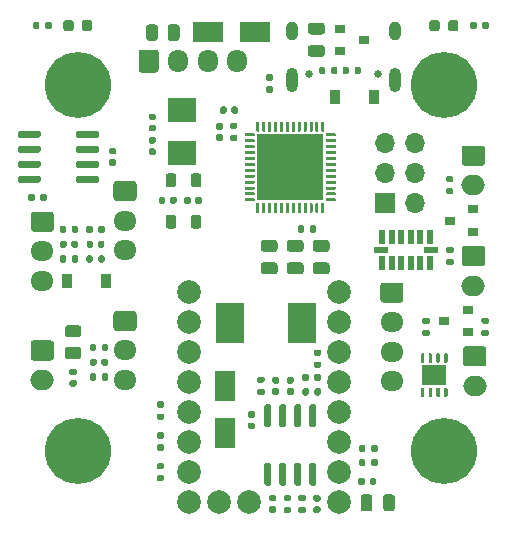
<source format=gbr>
%TF.GenerationSoftware,KiCad,Pcbnew,(5.1.10)-1*%
%TF.CreationDate,2021-07-08T13:05:20-05:00*%
%TF.ProjectId,turbocan,74757262-6f63-4616-9e2e-6b696361645f,rev?*%
%TF.SameCoordinates,Original*%
%TF.FileFunction,Soldermask,Top*%
%TF.FilePolarity,Negative*%
%FSLAX46Y46*%
G04 Gerber Fmt 4.6, Leading zero omitted, Abs format (unit mm)*
G04 Created by KiCad (PCBNEW (5.1.10)-1) date 2021-07-08 13:05:20*
%MOMM*%
%LPD*%
G01*
G04 APERTURE LIST*
%ADD10C,0.600000*%
%ADD11R,2.050000X1.700000*%
%ADD12R,2.350000X3.500000*%
%ADD13O,1.950000X1.700000*%
%ADD14R,0.900000X0.800000*%
%ADD15O,2.000000X1.700000*%
%ADD16O,1.000000X2.100000*%
%ADD17C,0.650000*%
%ADD18O,1.000000X1.600000*%
%ADD19R,1.145000X0.550000*%
%ADD20R,0.550000X1.145000*%
%ADD21R,0.900000X1.200000*%
%ADD22C,5.600000*%
%ADD23R,2.400000X2.000000*%
%ADD24R,5.600000X5.600000*%
%ADD25C,2.000000*%
%ADD26O,1.700000X1.950000*%
%ADD27O,1.700000X1.700000*%
%ADD28R,1.700000X1.700000*%
%ADD29R,1.700000X2.500000*%
%ADD30R,2.500000X1.700000*%
G04 APERTURE END LIST*
D10*
%TO.C,U7*%
X50180000Y-44092000D03*
X50180000Y-45108000D03*
X49494200Y-44092000D03*
X50865800Y-44092000D03*
X50865800Y-45108000D03*
X49494200Y-45108000D03*
G36*
G01*
X49280000Y-46450000D02*
X49130000Y-46450000D01*
G75*
G02*
X49055000Y-46375000I0J75000D01*
G01*
X49055000Y-45725000D01*
G75*
G02*
X49130000Y-45650000I75000J0D01*
G01*
X49280000Y-45650000D01*
G75*
G02*
X49355000Y-45725000I0J-75000D01*
G01*
X49355000Y-46375000D01*
G75*
G02*
X49280000Y-46450000I-75000J0D01*
G01*
G37*
G36*
G01*
X49930000Y-46450000D02*
X49780000Y-46450000D01*
G75*
G02*
X49705000Y-46375000I0J75000D01*
G01*
X49705000Y-45725000D01*
G75*
G02*
X49780000Y-45650000I75000J0D01*
G01*
X49930000Y-45650000D01*
G75*
G02*
X50005000Y-45725000I0J-75000D01*
G01*
X50005000Y-46375000D01*
G75*
G02*
X49930000Y-46450000I-75000J0D01*
G01*
G37*
G36*
G01*
X50580000Y-46450000D02*
X50430000Y-46450000D01*
G75*
G02*
X50355000Y-46375000I0J75000D01*
G01*
X50355000Y-45725000D01*
G75*
G02*
X50430000Y-45650000I75000J0D01*
G01*
X50580000Y-45650000D01*
G75*
G02*
X50655000Y-45725000I0J-75000D01*
G01*
X50655000Y-46375000D01*
G75*
G02*
X50580000Y-46450000I-75000J0D01*
G01*
G37*
G36*
G01*
X51230000Y-46450000D02*
X51080000Y-46450000D01*
G75*
G02*
X51005000Y-46375000I0J75000D01*
G01*
X51005000Y-45725000D01*
G75*
G02*
X51080000Y-45650000I75000J0D01*
G01*
X51230000Y-45650000D01*
G75*
G02*
X51305000Y-45725000I0J-75000D01*
G01*
X51305000Y-46375000D01*
G75*
G02*
X51230000Y-46450000I-75000J0D01*
G01*
G37*
G36*
G01*
X51230000Y-43550000D02*
X51080000Y-43550000D01*
G75*
G02*
X51005000Y-43475000I0J75000D01*
G01*
X51005000Y-42825000D01*
G75*
G02*
X51080000Y-42750000I75000J0D01*
G01*
X51230000Y-42750000D01*
G75*
G02*
X51305000Y-42825000I0J-75000D01*
G01*
X51305000Y-43475000D01*
G75*
G02*
X51230000Y-43550000I-75000J0D01*
G01*
G37*
G36*
G01*
X50580000Y-43550000D02*
X50430000Y-43550000D01*
G75*
G02*
X50355000Y-43475000I0J75000D01*
G01*
X50355000Y-42825000D01*
G75*
G02*
X50430000Y-42750000I75000J0D01*
G01*
X50580000Y-42750000D01*
G75*
G02*
X50655000Y-42825000I0J-75000D01*
G01*
X50655000Y-43475000D01*
G75*
G02*
X50580000Y-43550000I-75000J0D01*
G01*
G37*
G36*
G01*
X49930000Y-43550000D02*
X49780000Y-43550000D01*
G75*
G02*
X49705000Y-43475000I0J75000D01*
G01*
X49705000Y-42825000D01*
G75*
G02*
X49780000Y-42750000I75000J0D01*
G01*
X49930000Y-42750000D01*
G75*
G02*
X50005000Y-42825000I0J-75000D01*
G01*
X50005000Y-43475000D01*
G75*
G02*
X49930000Y-43550000I-75000J0D01*
G01*
G37*
G36*
G01*
X49280000Y-43550000D02*
X49130000Y-43550000D01*
G75*
G02*
X49055000Y-43475000I0J75000D01*
G01*
X49055000Y-42825000D01*
G75*
G02*
X49130000Y-42750000I75000J0D01*
G01*
X49280000Y-42750000D01*
G75*
G02*
X49355000Y-42825000I0J-75000D01*
G01*
X49355000Y-43475000D01*
G75*
G02*
X49280000Y-43550000I-75000J0D01*
G01*
G37*
D11*
X50180000Y-44600000D03*
%TD*%
%TO.C,R31*%
G36*
G01*
X26815000Y-47840000D02*
X27185000Y-47840000D01*
G75*
G02*
X27320000Y-47975000I0J-135000D01*
G01*
X27320000Y-48245000D01*
G75*
G02*
X27185000Y-48380000I-135000J0D01*
G01*
X26815000Y-48380000D01*
G75*
G02*
X26680000Y-48245000I0J135000D01*
G01*
X26680000Y-47975000D01*
G75*
G02*
X26815000Y-47840000I135000J0D01*
G01*
G37*
G36*
G01*
X26815000Y-46820000D02*
X27185000Y-46820000D01*
G75*
G02*
X27320000Y-46955000I0J-135000D01*
G01*
X27320000Y-47225000D01*
G75*
G02*
X27185000Y-47360000I-135000J0D01*
G01*
X26815000Y-47360000D01*
G75*
G02*
X26680000Y-47225000I0J135000D01*
G01*
X26680000Y-46955000D01*
G75*
G02*
X26815000Y-46820000I135000J0D01*
G01*
G37*
%TD*%
%TO.C,R30*%
G36*
G01*
X26815000Y-50440000D02*
X27185000Y-50440000D01*
G75*
G02*
X27320000Y-50575000I0J-135000D01*
G01*
X27320000Y-50845000D01*
G75*
G02*
X27185000Y-50980000I-135000J0D01*
G01*
X26815000Y-50980000D01*
G75*
G02*
X26680000Y-50845000I0J135000D01*
G01*
X26680000Y-50575000D01*
G75*
G02*
X26815000Y-50440000I135000J0D01*
G01*
G37*
G36*
G01*
X26815000Y-49420000D02*
X27185000Y-49420000D01*
G75*
G02*
X27320000Y-49555000I0J-135000D01*
G01*
X27320000Y-49825000D01*
G75*
G02*
X27185000Y-49960000I-135000J0D01*
G01*
X26815000Y-49960000D01*
G75*
G02*
X26680000Y-49825000I0J135000D01*
G01*
X26680000Y-49555000D01*
G75*
G02*
X26815000Y-49420000I135000J0D01*
G01*
G37*
%TD*%
%TO.C,R29*%
G36*
G01*
X26815000Y-53040000D02*
X27185000Y-53040000D01*
G75*
G02*
X27320000Y-53175000I0J-135000D01*
G01*
X27320000Y-53445000D01*
G75*
G02*
X27185000Y-53580000I-135000J0D01*
G01*
X26815000Y-53580000D01*
G75*
G02*
X26680000Y-53445000I0J135000D01*
G01*
X26680000Y-53175000D01*
G75*
G02*
X26815000Y-53040000I135000J0D01*
G01*
G37*
G36*
G01*
X26815000Y-52020000D02*
X27185000Y-52020000D01*
G75*
G02*
X27320000Y-52155000I0J-135000D01*
G01*
X27320000Y-52425000D01*
G75*
G02*
X27185000Y-52560000I-135000J0D01*
G01*
X26815000Y-52560000D01*
G75*
G02*
X26680000Y-52425000I0J135000D01*
G01*
X26680000Y-52155000D01*
G75*
G02*
X26815000Y-52020000I135000J0D01*
G01*
G37*
%TD*%
D12*
%TO.C,L1*%
X38980500Y-40184500D03*
X32880500Y-40184500D03*
%TD*%
%TO.C,L3*%
G36*
G01*
X28325000Y-27718750D02*
X28325000Y-28481250D01*
G75*
G02*
X28106250Y-28700000I-218750J0D01*
G01*
X27668750Y-28700000D01*
G75*
G02*
X27450000Y-28481250I0J218750D01*
G01*
X27450000Y-27718750D01*
G75*
G02*
X27668750Y-27500000I218750J0D01*
G01*
X28106250Y-27500000D01*
G75*
G02*
X28325000Y-27718750I0J-218750D01*
G01*
G37*
G36*
G01*
X30450000Y-27718750D02*
X30450000Y-28481250D01*
G75*
G02*
X30231250Y-28700000I-218750J0D01*
G01*
X29793750Y-28700000D01*
G75*
G02*
X29575000Y-28481250I0J218750D01*
G01*
X29575000Y-27718750D01*
G75*
G02*
X29793750Y-27500000I218750J0D01*
G01*
X30231250Y-27500000D01*
G75*
G02*
X30450000Y-27718750I0J-218750D01*
G01*
G37*
%TD*%
%TO.C,L2*%
G36*
G01*
X28325000Y-31218750D02*
X28325000Y-31981250D01*
G75*
G02*
X28106250Y-32200000I-218750J0D01*
G01*
X27668750Y-32200000D01*
G75*
G02*
X27450000Y-31981250I0J218750D01*
G01*
X27450000Y-31218750D01*
G75*
G02*
X27668750Y-31000000I218750J0D01*
G01*
X28106250Y-31000000D01*
G75*
G02*
X28325000Y-31218750I0J-218750D01*
G01*
G37*
G36*
G01*
X30450000Y-31218750D02*
X30450000Y-31981250D01*
G75*
G02*
X30231250Y-32200000I-218750J0D01*
G01*
X29793750Y-32200000D01*
G75*
G02*
X29575000Y-31981250I0J218750D01*
G01*
X29575000Y-31218750D01*
G75*
G02*
X29793750Y-31000000I218750J0D01*
G01*
X30231250Y-31000000D01*
G75*
G02*
X30450000Y-31218750I0J-218750D01*
G01*
G37*
%TD*%
%TO.C,C23*%
G36*
G01*
X27400000Y-29630000D02*
X27400000Y-29970000D01*
G75*
G02*
X27260000Y-30110000I-140000J0D01*
G01*
X26980000Y-30110000D01*
G75*
G02*
X26840000Y-29970000I0J140000D01*
G01*
X26840000Y-29630000D01*
G75*
G02*
X26980000Y-29490000I140000J0D01*
G01*
X27260000Y-29490000D01*
G75*
G02*
X27400000Y-29630000I0J-140000D01*
G01*
G37*
G36*
G01*
X28360000Y-29630000D02*
X28360000Y-29970000D01*
G75*
G02*
X28220000Y-30110000I-140000J0D01*
G01*
X27940000Y-30110000D01*
G75*
G02*
X27800000Y-29970000I0J140000D01*
G01*
X27800000Y-29630000D01*
G75*
G02*
X27940000Y-29490000I140000J0D01*
G01*
X28220000Y-29490000D01*
G75*
G02*
X28360000Y-29630000I0J-140000D01*
G01*
G37*
%TD*%
%TO.C,C22*%
G36*
G01*
X33000000Y-22320000D02*
X33000000Y-21980000D01*
G75*
G02*
X33140000Y-21840000I140000J0D01*
G01*
X33420000Y-21840000D01*
G75*
G02*
X33560000Y-21980000I0J-140000D01*
G01*
X33560000Y-22320000D01*
G75*
G02*
X33420000Y-22460000I-140000J0D01*
G01*
X33140000Y-22460000D01*
G75*
G02*
X33000000Y-22320000I0J140000D01*
G01*
G37*
G36*
G01*
X32040000Y-22320000D02*
X32040000Y-21980000D01*
G75*
G02*
X32180000Y-21840000I140000J0D01*
G01*
X32460000Y-21840000D01*
G75*
G02*
X32600000Y-21980000I0J-140000D01*
G01*
X32600000Y-22320000D01*
G75*
G02*
X32460000Y-22460000I-140000J0D01*
G01*
X32180000Y-22460000D01*
G75*
G02*
X32040000Y-22320000I0J140000D01*
G01*
G37*
%TD*%
D13*
%TO.C,J8*%
X24000000Y-45000000D03*
X24000000Y-42500000D03*
G36*
G01*
X23275000Y-39150000D02*
X24725000Y-39150000D01*
G75*
G02*
X24975000Y-39400000I0J-250000D01*
G01*
X24975000Y-40600000D01*
G75*
G02*
X24725000Y-40850000I-250000J0D01*
G01*
X23275000Y-40850000D01*
G75*
G02*
X23025000Y-40600000I0J250000D01*
G01*
X23025000Y-39400000D01*
G75*
G02*
X23275000Y-39150000I250000J0D01*
G01*
G37*
%TD*%
%TO.C,R28*%
G36*
G01*
X19010000Y-32065000D02*
X19010000Y-32435000D01*
G75*
G02*
X18875000Y-32570000I-135000J0D01*
G01*
X18605000Y-32570000D01*
G75*
G02*
X18470000Y-32435000I0J135000D01*
G01*
X18470000Y-32065000D01*
G75*
G02*
X18605000Y-31930000I135000J0D01*
G01*
X18875000Y-31930000D01*
G75*
G02*
X19010000Y-32065000I0J-135000D01*
G01*
G37*
G36*
G01*
X20030000Y-32065000D02*
X20030000Y-32435000D01*
G75*
G02*
X19895000Y-32570000I-135000J0D01*
G01*
X19625000Y-32570000D01*
G75*
G02*
X19490000Y-32435000I0J135000D01*
G01*
X19490000Y-32065000D01*
G75*
G02*
X19625000Y-31930000I135000J0D01*
G01*
X19895000Y-31930000D01*
G75*
G02*
X20030000Y-32065000I0J-135000D01*
G01*
G37*
%TD*%
%TO.C,R27*%
G36*
G01*
X19010000Y-34565000D02*
X19010000Y-34935000D01*
G75*
G02*
X18875000Y-35070000I-135000J0D01*
G01*
X18605000Y-35070000D01*
G75*
G02*
X18470000Y-34935000I0J135000D01*
G01*
X18470000Y-34565000D01*
G75*
G02*
X18605000Y-34430000I135000J0D01*
G01*
X18875000Y-34430000D01*
G75*
G02*
X19010000Y-34565000I0J-135000D01*
G01*
G37*
G36*
G01*
X20030000Y-34565000D02*
X20030000Y-34935000D01*
G75*
G02*
X19895000Y-35070000I-135000J0D01*
G01*
X19625000Y-35070000D01*
G75*
G02*
X19490000Y-34935000I0J135000D01*
G01*
X19490000Y-34565000D01*
G75*
G02*
X19625000Y-34430000I135000J0D01*
G01*
X19895000Y-34430000D01*
G75*
G02*
X20030000Y-34565000I0J-135000D01*
G01*
G37*
%TD*%
%TO.C,C20*%
G36*
G01*
X19450000Y-33670000D02*
X19450000Y-33330000D01*
G75*
G02*
X19590000Y-33190000I140000J0D01*
G01*
X19870000Y-33190000D01*
G75*
G02*
X20010000Y-33330000I0J-140000D01*
G01*
X20010000Y-33670000D01*
G75*
G02*
X19870000Y-33810000I-140000J0D01*
G01*
X19590000Y-33810000D01*
G75*
G02*
X19450000Y-33670000I0J140000D01*
G01*
G37*
G36*
G01*
X18490000Y-33670000D02*
X18490000Y-33330000D01*
G75*
G02*
X18630000Y-33190000I140000J0D01*
G01*
X18910000Y-33190000D01*
G75*
G02*
X19050000Y-33330000I0J-140000D01*
G01*
X19050000Y-33670000D01*
G75*
G02*
X18910000Y-33810000I-140000J0D01*
G01*
X18630000Y-33810000D01*
G75*
G02*
X18490000Y-33670000I0J140000D01*
G01*
G37*
%TD*%
%TO.C,R26*%
G36*
G01*
X27600000Y-16050002D02*
X27600000Y-15149998D01*
G75*
G02*
X27849998Y-14900000I249998J0D01*
G01*
X28375002Y-14900000D01*
G75*
G02*
X28625000Y-15149998I0J-249998D01*
G01*
X28625000Y-16050002D01*
G75*
G02*
X28375002Y-16300000I-249998J0D01*
G01*
X27849998Y-16300000D01*
G75*
G02*
X27600000Y-16050002I0J249998D01*
G01*
G37*
G36*
G01*
X25775000Y-16050002D02*
X25775000Y-15149998D01*
G75*
G02*
X26024998Y-14900000I249998J0D01*
G01*
X26550002Y-14900000D01*
G75*
G02*
X26800000Y-15149998I0J-249998D01*
G01*
X26800000Y-16050002D01*
G75*
G02*
X26550002Y-16300000I-249998J0D01*
G01*
X26024998Y-16300000D01*
G75*
G02*
X25775000Y-16050002I0J249998D01*
G01*
G37*
%TD*%
%TO.C,R9*%
G36*
G01*
X19149998Y-42200000D02*
X20050002Y-42200000D01*
G75*
G02*
X20300000Y-42449998I0J-249998D01*
G01*
X20300000Y-42975002D01*
G75*
G02*
X20050002Y-43225000I-249998J0D01*
G01*
X19149998Y-43225000D01*
G75*
G02*
X18900000Y-42975002I0J249998D01*
G01*
X18900000Y-42449998D01*
G75*
G02*
X19149998Y-42200000I249998J0D01*
G01*
G37*
G36*
G01*
X19149998Y-40375000D02*
X20050002Y-40375000D01*
G75*
G02*
X20300000Y-40624998I0J-249998D01*
G01*
X20300000Y-41150002D01*
G75*
G02*
X20050002Y-41400000I-249998J0D01*
G01*
X19149998Y-41400000D01*
G75*
G02*
X18900000Y-41150002I0J249998D01*
G01*
X18900000Y-40624998D01*
G75*
G02*
X19149998Y-40375000I249998J0D01*
G01*
G37*
%TD*%
%TO.C,C11*%
G36*
G01*
X21600000Y-43330000D02*
X21600000Y-43670000D01*
G75*
G02*
X21460000Y-43810000I-140000J0D01*
G01*
X21180000Y-43810000D01*
G75*
G02*
X21040000Y-43670000I0J140000D01*
G01*
X21040000Y-43330000D01*
G75*
G02*
X21180000Y-43190000I140000J0D01*
G01*
X21460000Y-43190000D01*
G75*
G02*
X21600000Y-43330000I0J-140000D01*
G01*
G37*
G36*
G01*
X22560000Y-43330000D02*
X22560000Y-43670000D01*
G75*
G02*
X22420000Y-43810000I-140000J0D01*
G01*
X22140000Y-43810000D01*
G75*
G02*
X22000000Y-43670000I0J140000D01*
G01*
X22000000Y-43330000D01*
G75*
G02*
X22140000Y-43190000I140000J0D01*
G01*
X22420000Y-43190000D01*
G75*
G02*
X22560000Y-43330000I0J-140000D01*
G01*
G37*
%TD*%
%TO.C,R13*%
G36*
G01*
X22040000Y-42435000D02*
X22040000Y-42065000D01*
G75*
G02*
X22175000Y-41930000I135000J0D01*
G01*
X22445000Y-41930000D01*
G75*
G02*
X22580000Y-42065000I0J-135000D01*
G01*
X22580000Y-42435000D01*
G75*
G02*
X22445000Y-42570000I-135000J0D01*
G01*
X22175000Y-42570000D01*
G75*
G02*
X22040000Y-42435000I0J135000D01*
G01*
G37*
G36*
G01*
X21020000Y-42435000D02*
X21020000Y-42065000D01*
G75*
G02*
X21155000Y-41930000I135000J0D01*
G01*
X21425000Y-41930000D01*
G75*
G02*
X21560000Y-42065000I0J-135000D01*
G01*
X21560000Y-42435000D01*
G75*
G02*
X21425000Y-42570000I-135000J0D01*
G01*
X21155000Y-42570000D01*
G75*
G02*
X21020000Y-42435000I0J135000D01*
G01*
G37*
%TD*%
%TO.C,R8*%
G36*
G01*
X22040000Y-44935000D02*
X22040000Y-44565000D01*
G75*
G02*
X22175000Y-44430000I135000J0D01*
G01*
X22445000Y-44430000D01*
G75*
G02*
X22580000Y-44565000I0J-135000D01*
G01*
X22580000Y-44935000D01*
G75*
G02*
X22445000Y-45070000I-135000J0D01*
G01*
X22175000Y-45070000D01*
G75*
G02*
X22040000Y-44935000I0J135000D01*
G01*
G37*
G36*
G01*
X21020000Y-44935000D02*
X21020000Y-44565000D01*
G75*
G02*
X21155000Y-44430000I135000J0D01*
G01*
X21425000Y-44430000D01*
G75*
G02*
X21560000Y-44565000I0J-135000D01*
G01*
X21560000Y-44935000D01*
G75*
G02*
X21425000Y-45070000I-135000J0D01*
G01*
X21155000Y-45070000D01*
G75*
G02*
X21020000Y-44935000I0J135000D01*
G01*
G37*
%TD*%
%TO.C,R15*%
G36*
G01*
X54685000Y-40260000D02*
X54315000Y-40260000D01*
G75*
G02*
X54180000Y-40125000I0J135000D01*
G01*
X54180000Y-39855000D01*
G75*
G02*
X54315000Y-39720000I135000J0D01*
G01*
X54685000Y-39720000D01*
G75*
G02*
X54820000Y-39855000I0J-135000D01*
G01*
X54820000Y-40125000D01*
G75*
G02*
X54685000Y-40260000I-135000J0D01*
G01*
G37*
G36*
G01*
X54685000Y-41280000D02*
X54315000Y-41280000D01*
G75*
G02*
X54180000Y-41145000I0J135000D01*
G01*
X54180000Y-40875000D01*
G75*
G02*
X54315000Y-40740000I135000J0D01*
G01*
X54685000Y-40740000D01*
G75*
G02*
X54820000Y-40875000I0J-135000D01*
G01*
X54820000Y-41145000D01*
G75*
G02*
X54685000Y-41280000I-135000J0D01*
G01*
G37*
%TD*%
%TO.C,R18*%
G36*
G01*
X49315000Y-40740000D02*
X49685000Y-40740000D01*
G75*
G02*
X49820000Y-40875000I0J-135000D01*
G01*
X49820000Y-41145000D01*
G75*
G02*
X49685000Y-41280000I-135000J0D01*
G01*
X49315000Y-41280000D01*
G75*
G02*
X49180000Y-41145000I0J135000D01*
G01*
X49180000Y-40875000D01*
G75*
G02*
X49315000Y-40740000I135000J0D01*
G01*
G37*
G36*
G01*
X49315000Y-39720000D02*
X49685000Y-39720000D01*
G75*
G02*
X49820000Y-39855000I0J-135000D01*
G01*
X49820000Y-40125000D01*
G75*
G02*
X49685000Y-40260000I-135000J0D01*
G01*
X49315000Y-40260000D01*
G75*
G02*
X49180000Y-40125000I0J135000D01*
G01*
X49180000Y-39855000D01*
G75*
G02*
X49315000Y-39720000I135000J0D01*
G01*
G37*
%TD*%
D14*
%TO.C,U6*%
X51000000Y-40000000D03*
X53000000Y-39050000D03*
X53000000Y-40950000D03*
%TD*%
D15*
%TO.C,J13*%
X53600000Y-45500000D03*
G36*
G01*
X52850000Y-42150000D02*
X54350000Y-42150000D01*
G75*
G02*
X54600000Y-42400000I0J-250000D01*
G01*
X54600000Y-43600000D01*
G75*
G02*
X54350000Y-43850000I-250000J0D01*
G01*
X52850000Y-43850000D01*
G75*
G02*
X52600000Y-43600000I0J250000D01*
G01*
X52600000Y-42400000D01*
G75*
G02*
X52850000Y-42150000I250000J0D01*
G01*
G37*
%TD*%
D16*
%TO.C,J1*%
X46820000Y-19630000D03*
X38180000Y-19630000D03*
D17*
X39610000Y-19100000D03*
D18*
X38180000Y-15450000D03*
D17*
X45390000Y-19100000D03*
D18*
X46820000Y-15450000D03*
%TD*%
%TO.C,R10*%
G36*
G01*
X40040000Y-46185000D02*
X40040000Y-45815000D01*
G75*
G02*
X40175000Y-45680000I135000J0D01*
G01*
X40445000Y-45680000D01*
G75*
G02*
X40580000Y-45815000I0J-135000D01*
G01*
X40580000Y-46185000D01*
G75*
G02*
X40445000Y-46320000I-135000J0D01*
G01*
X40175000Y-46320000D01*
G75*
G02*
X40040000Y-46185000I0J135000D01*
G01*
G37*
G36*
G01*
X39020000Y-46185000D02*
X39020000Y-45815000D01*
G75*
G02*
X39155000Y-45680000I135000J0D01*
G01*
X39425000Y-45680000D01*
G75*
G02*
X39560000Y-45815000I0J-135000D01*
G01*
X39560000Y-46185000D01*
G75*
G02*
X39425000Y-46320000I-135000J0D01*
G01*
X39155000Y-46320000D01*
G75*
G02*
X39020000Y-46185000I0J135000D01*
G01*
G37*
%TD*%
%TO.C,R25*%
G36*
G01*
X40485000Y-42960000D02*
X40115000Y-42960000D01*
G75*
G02*
X39980000Y-42825000I0J135000D01*
G01*
X39980000Y-42555000D01*
G75*
G02*
X40115000Y-42420000I135000J0D01*
G01*
X40485000Y-42420000D01*
G75*
G02*
X40620000Y-42555000I0J-135000D01*
G01*
X40620000Y-42825000D01*
G75*
G02*
X40485000Y-42960000I-135000J0D01*
G01*
G37*
G36*
G01*
X40485000Y-43980000D02*
X40115000Y-43980000D01*
G75*
G02*
X39980000Y-43845000I0J135000D01*
G01*
X39980000Y-43575000D01*
G75*
G02*
X40115000Y-43440000I135000J0D01*
G01*
X40485000Y-43440000D01*
G75*
G02*
X40620000Y-43575000I0J-135000D01*
G01*
X40620000Y-43845000D01*
G75*
G02*
X40485000Y-43980000I-135000J0D01*
G01*
G37*
%TD*%
%TO.C,R2*%
G36*
G01*
X42960000Y-18615000D02*
X42960000Y-18985000D01*
G75*
G02*
X42825000Y-19120000I-135000J0D01*
G01*
X42555000Y-19120000D01*
G75*
G02*
X42420000Y-18985000I0J135000D01*
G01*
X42420000Y-18615000D01*
G75*
G02*
X42555000Y-18480000I135000J0D01*
G01*
X42825000Y-18480000D01*
G75*
G02*
X42960000Y-18615000I0J-135000D01*
G01*
G37*
G36*
G01*
X43980000Y-18615000D02*
X43980000Y-18985000D01*
G75*
G02*
X43845000Y-19120000I-135000J0D01*
G01*
X43575000Y-19120000D01*
G75*
G02*
X43440000Y-18985000I0J135000D01*
G01*
X43440000Y-18615000D01*
G75*
G02*
X43575000Y-18480000I135000J0D01*
G01*
X43845000Y-18480000D01*
G75*
G02*
X43980000Y-18615000I0J-135000D01*
G01*
G37*
%TD*%
%TO.C,C1*%
G36*
G01*
X40675000Y-15750000D02*
X39725000Y-15750000D01*
G75*
G02*
X39475000Y-15500000I0J250000D01*
G01*
X39475000Y-15000000D01*
G75*
G02*
X39725000Y-14750000I250000J0D01*
G01*
X40675000Y-14750000D01*
G75*
G02*
X40925000Y-15000000I0J-250000D01*
G01*
X40925000Y-15500000D01*
G75*
G02*
X40675000Y-15750000I-250000J0D01*
G01*
G37*
G36*
G01*
X40675000Y-17650000D02*
X39725000Y-17650000D01*
G75*
G02*
X39475000Y-17400000I0J250000D01*
G01*
X39475000Y-16900000D01*
G75*
G02*
X39725000Y-16650000I250000J0D01*
G01*
X40675000Y-16650000D01*
G75*
G02*
X40925000Y-16900000I0J-250000D01*
G01*
X40925000Y-17400000D01*
G75*
G02*
X40675000Y-17650000I-250000J0D01*
G01*
G37*
%TD*%
D14*
%TO.C,U1*%
X44200000Y-16200000D03*
X42200000Y-17150000D03*
X42200000Y-15250000D03*
%TD*%
D19*
%TO.C,U9*%
X49897500Y-34000000D03*
X45702500Y-34000000D03*
D20*
X45800000Y-32902500D03*
X46600000Y-32902500D03*
X47400000Y-32902500D03*
X48200000Y-32902500D03*
X49000000Y-32902500D03*
X49800000Y-32902500D03*
X49800000Y-35097500D03*
X49000000Y-35097500D03*
X48200000Y-35097500D03*
X47400000Y-35097500D03*
X46600000Y-35097500D03*
X45800000Y-35097500D03*
%TD*%
%TO.C,R20*%
G36*
G01*
X33015000Y-24240000D02*
X33385000Y-24240000D01*
G75*
G02*
X33520000Y-24375000I0J-135000D01*
G01*
X33520000Y-24645000D01*
G75*
G02*
X33385000Y-24780000I-135000J0D01*
G01*
X33015000Y-24780000D01*
G75*
G02*
X32880000Y-24645000I0J135000D01*
G01*
X32880000Y-24375000D01*
G75*
G02*
X33015000Y-24240000I135000J0D01*
G01*
G37*
G36*
G01*
X33015000Y-23220000D02*
X33385000Y-23220000D01*
G75*
G02*
X33520000Y-23355000I0J-135000D01*
G01*
X33520000Y-23625000D01*
G75*
G02*
X33385000Y-23760000I-135000J0D01*
G01*
X33015000Y-23760000D01*
G75*
G02*
X32880000Y-23625000I0J135000D01*
G01*
X32880000Y-23355000D01*
G75*
G02*
X33015000Y-23220000I135000J0D01*
G01*
G37*
%TD*%
%TO.C,C17*%
G36*
G01*
X32170000Y-23800000D02*
X31830000Y-23800000D01*
G75*
G02*
X31690000Y-23660000I0J140000D01*
G01*
X31690000Y-23380000D01*
G75*
G02*
X31830000Y-23240000I140000J0D01*
G01*
X32170000Y-23240000D01*
G75*
G02*
X32310000Y-23380000I0J-140000D01*
G01*
X32310000Y-23660000D01*
G75*
G02*
X32170000Y-23800000I-140000J0D01*
G01*
G37*
G36*
G01*
X32170000Y-24760000D02*
X31830000Y-24760000D01*
G75*
G02*
X31690000Y-24620000I0J140000D01*
G01*
X31690000Y-24340000D01*
G75*
G02*
X31830000Y-24200000I140000J0D01*
G01*
X32170000Y-24200000D01*
G75*
G02*
X32310000Y-24340000I0J-140000D01*
G01*
X32310000Y-24620000D01*
G75*
G02*
X32170000Y-24760000I-140000J0D01*
G01*
G37*
%TD*%
D21*
%TO.C,D4*%
X22400000Y-36650000D03*
X19100000Y-36650000D03*
%TD*%
%TO.C,C5*%
G36*
G01*
X45850000Y-55875000D02*
X45850000Y-54925000D01*
G75*
G02*
X46100000Y-54675000I250000J0D01*
G01*
X46600000Y-54675000D01*
G75*
G02*
X46850000Y-54925000I0J-250000D01*
G01*
X46850000Y-55875000D01*
G75*
G02*
X46600000Y-56125000I-250000J0D01*
G01*
X46100000Y-56125000D01*
G75*
G02*
X45850000Y-55875000I0J250000D01*
G01*
G37*
G36*
G01*
X43950000Y-55875000D02*
X43950000Y-54925000D01*
G75*
G02*
X44200000Y-54675000I250000J0D01*
G01*
X44700000Y-54675000D01*
G75*
G02*
X44950000Y-54925000I0J-250000D01*
G01*
X44950000Y-55875000D01*
G75*
G02*
X44700000Y-56125000I-250000J0D01*
G01*
X44200000Y-56125000D01*
G75*
G02*
X43950000Y-55875000I0J250000D01*
G01*
G37*
%TD*%
%TO.C,C15*%
G36*
G01*
X41075000Y-34150000D02*
X40125000Y-34150000D01*
G75*
G02*
X39875000Y-33900000I0J250000D01*
G01*
X39875000Y-33400000D01*
G75*
G02*
X40125000Y-33150000I250000J0D01*
G01*
X41075000Y-33150000D01*
G75*
G02*
X41325000Y-33400000I0J-250000D01*
G01*
X41325000Y-33900000D01*
G75*
G02*
X41075000Y-34150000I-250000J0D01*
G01*
G37*
G36*
G01*
X41075000Y-36050000D02*
X40125000Y-36050000D01*
G75*
G02*
X39875000Y-35800000I0J250000D01*
G01*
X39875000Y-35300000D01*
G75*
G02*
X40125000Y-35050000I250000J0D01*
G01*
X41075000Y-35050000D01*
G75*
G02*
X41325000Y-35300000I0J-250000D01*
G01*
X41325000Y-35800000D01*
G75*
G02*
X41075000Y-36050000I-250000J0D01*
G01*
G37*
%TD*%
%TO.C,C14*%
G36*
G01*
X38875000Y-34150000D02*
X37925000Y-34150000D01*
G75*
G02*
X37675000Y-33900000I0J250000D01*
G01*
X37675000Y-33400000D01*
G75*
G02*
X37925000Y-33150000I250000J0D01*
G01*
X38875000Y-33150000D01*
G75*
G02*
X39125000Y-33400000I0J-250000D01*
G01*
X39125000Y-33900000D01*
G75*
G02*
X38875000Y-34150000I-250000J0D01*
G01*
G37*
G36*
G01*
X38875000Y-36050000D02*
X37925000Y-36050000D01*
G75*
G02*
X37675000Y-35800000I0J250000D01*
G01*
X37675000Y-35300000D01*
G75*
G02*
X37925000Y-35050000I250000J0D01*
G01*
X38875000Y-35050000D01*
G75*
G02*
X39125000Y-35300000I0J-250000D01*
G01*
X39125000Y-35800000D01*
G75*
G02*
X38875000Y-36050000I-250000J0D01*
G01*
G37*
%TD*%
%TO.C,C13*%
G36*
G01*
X36675000Y-34150000D02*
X35725000Y-34150000D01*
G75*
G02*
X35475000Y-33900000I0J250000D01*
G01*
X35475000Y-33400000D01*
G75*
G02*
X35725000Y-33150000I250000J0D01*
G01*
X36675000Y-33150000D01*
G75*
G02*
X36925000Y-33400000I0J-250000D01*
G01*
X36925000Y-33900000D01*
G75*
G02*
X36675000Y-34150000I-250000J0D01*
G01*
G37*
G36*
G01*
X36675000Y-36050000D02*
X35725000Y-36050000D01*
G75*
G02*
X35475000Y-35800000I0J250000D01*
G01*
X35475000Y-35300000D01*
G75*
G02*
X35725000Y-35050000I250000J0D01*
G01*
X36675000Y-35050000D01*
G75*
G02*
X36925000Y-35300000I0J-250000D01*
G01*
X36925000Y-35800000D01*
G75*
G02*
X36675000Y-36050000I-250000J0D01*
G01*
G37*
%TD*%
%TO.C,D6*%
G36*
G01*
X50650000Y-14743750D02*
X50650000Y-15256250D01*
G75*
G02*
X50431250Y-15475000I-218750J0D01*
G01*
X49993750Y-15475000D01*
G75*
G02*
X49775000Y-15256250I0J218750D01*
G01*
X49775000Y-14743750D01*
G75*
G02*
X49993750Y-14525000I218750J0D01*
G01*
X50431250Y-14525000D01*
G75*
G02*
X50650000Y-14743750I0J-218750D01*
G01*
G37*
G36*
G01*
X52225000Y-14743750D02*
X52225000Y-15256250D01*
G75*
G02*
X52006250Y-15475000I-218750J0D01*
G01*
X51568750Y-15475000D01*
G75*
G02*
X51350000Y-15256250I0J218750D01*
G01*
X51350000Y-14743750D01*
G75*
G02*
X51568750Y-14525000I218750J0D01*
G01*
X52006250Y-14525000D01*
G75*
G02*
X52225000Y-14743750I0J-218750D01*
G01*
G37*
%TD*%
%TO.C,D5*%
G36*
G01*
X20350000Y-15256250D02*
X20350000Y-14743750D01*
G75*
G02*
X20568750Y-14525000I218750J0D01*
G01*
X21006250Y-14525000D01*
G75*
G02*
X21225000Y-14743750I0J-218750D01*
G01*
X21225000Y-15256250D01*
G75*
G02*
X21006250Y-15475000I-218750J0D01*
G01*
X20568750Y-15475000D01*
G75*
G02*
X20350000Y-15256250I0J218750D01*
G01*
G37*
G36*
G01*
X18775000Y-15256250D02*
X18775000Y-14743750D01*
G75*
G02*
X18993750Y-14525000I218750J0D01*
G01*
X19431250Y-14525000D01*
G75*
G02*
X19650000Y-14743750I0J-218750D01*
G01*
X19650000Y-15256250D01*
G75*
G02*
X19431250Y-15475000I-218750J0D01*
G01*
X18993750Y-15475000D01*
G75*
G02*
X18775000Y-15256250I0J218750D01*
G01*
G37*
%TD*%
%TO.C,R24*%
G36*
G01*
X54240000Y-15185000D02*
X54240000Y-14815000D01*
G75*
G02*
X54375000Y-14680000I135000J0D01*
G01*
X54645000Y-14680000D01*
G75*
G02*
X54780000Y-14815000I0J-135000D01*
G01*
X54780000Y-15185000D01*
G75*
G02*
X54645000Y-15320000I-135000J0D01*
G01*
X54375000Y-15320000D01*
G75*
G02*
X54240000Y-15185000I0J135000D01*
G01*
G37*
G36*
G01*
X53220000Y-15185000D02*
X53220000Y-14815000D01*
G75*
G02*
X53355000Y-14680000I135000J0D01*
G01*
X53625000Y-14680000D01*
G75*
G02*
X53760000Y-14815000I0J-135000D01*
G01*
X53760000Y-15185000D01*
G75*
G02*
X53625000Y-15320000I-135000J0D01*
G01*
X53355000Y-15320000D01*
G75*
G02*
X53220000Y-15185000I0J135000D01*
G01*
G37*
%TD*%
%TO.C,R23*%
G36*
G01*
X16760000Y-14815000D02*
X16760000Y-15185000D01*
G75*
G02*
X16625000Y-15320000I-135000J0D01*
G01*
X16355000Y-15320000D01*
G75*
G02*
X16220000Y-15185000I0J135000D01*
G01*
X16220000Y-14815000D01*
G75*
G02*
X16355000Y-14680000I135000J0D01*
G01*
X16625000Y-14680000D01*
G75*
G02*
X16760000Y-14815000I0J-135000D01*
G01*
G37*
G36*
G01*
X17780000Y-14815000D02*
X17780000Y-15185000D01*
G75*
G02*
X17645000Y-15320000I-135000J0D01*
G01*
X17375000Y-15320000D01*
G75*
G02*
X17240000Y-15185000I0J135000D01*
G01*
X17240000Y-14815000D01*
G75*
G02*
X17375000Y-14680000I135000J0D01*
G01*
X17645000Y-14680000D01*
G75*
G02*
X17780000Y-14815000I0J-135000D01*
G01*
G37*
%TD*%
%TO.C,R22*%
G36*
G01*
X39640000Y-32385000D02*
X39640000Y-32015000D01*
G75*
G02*
X39775000Y-31880000I135000J0D01*
G01*
X40045000Y-31880000D01*
G75*
G02*
X40180000Y-32015000I0J-135000D01*
G01*
X40180000Y-32385000D01*
G75*
G02*
X40045000Y-32520000I-135000J0D01*
G01*
X39775000Y-32520000D01*
G75*
G02*
X39640000Y-32385000I0J135000D01*
G01*
G37*
G36*
G01*
X38620000Y-32385000D02*
X38620000Y-32015000D01*
G75*
G02*
X38755000Y-31880000I135000J0D01*
G01*
X39025000Y-31880000D01*
G75*
G02*
X39160000Y-32015000I0J-135000D01*
G01*
X39160000Y-32385000D01*
G75*
G02*
X39025000Y-32520000I-135000J0D01*
G01*
X38755000Y-32520000D01*
G75*
G02*
X38620000Y-32385000I0J135000D01*
G01*
G37*
%TD*%
%TO.C,R21*%
G36*
G01*
X36435000Y-19650000D02*
X36065000Y-19650000D01*
G75*
G02*
X35930000Y-19515000I0J135000D01*
G01*
X35930000Y-19245000D01*
G75*
G02*
X36065000Y-19110000I135000J0D01*
G01*
X36435000Y-19110000D01*
G75*
G02*
X36570000Y-19245000I0J-135000D01*
G01*
X36570000Y-19515000D01*
G75*
G02*
X36435000Y-19650000I-135000J0D01*
G01*
G37*
G36*
G01*
X36435000Y-20670000D02*
X36065000Y-20670000D01*
G75*
G02*
X35930000Y-20535000I0J135000D01*
G01*
X35930000Y-20265000D01*
G75*
G02*
X36065000Y-20130000I135000J0D01*
G01*
X36435000Y-20130000D01*
G75*
G02*
X36570000Y-20265000I0J-135000D01*
G01*
X36570000Y-20535000D01*
G75*
G02*
X36435000Y-20670000I-135000J0D01*
G01*
G37*
%TD*%
%TO.C,R19*%
G36*
G01*
X44840000Y-50985000D02*
X44840000Y-50615000D01*
G75*
G02*
X44975000Y-50480000I135000J0D01*
G01*
X45245000Y-50480000D01*
G75*
G02*
X45380000Y-50615000I0J-135000D01*
G01*
X45380000Y-50985000D01*
G75*
G02*
X45245000Y-51120000I-135000J0D01*
G01*
X44975000Y-51120000D01*
G75*
G02*
X44840000Y-50985000I0J135000D01*
G01*
G37*
G36*
G01*
X43820000Y-50985000D02*
X43820000Y-50615000D01*
G75*
G02*
X43955000Y-50480000I135000J0D01*
G01*
X44225000Y-50480000D01*
G75*
G02*
X44360000Y-50615000I0J-135000D01*
G01*
X44360000Y-50985000D01*
G75*
G02*
X44225000Y-51120000I-135000J0D01*
G01*
X43955000Y-51120000D01*
G75*
G02*
X43820000Y-50985000I0J135000D01*
G01*
G37*
%TD*%
%TO.C,R17*%
G36*
G01*
X51305000Y-28750000D02*
X51675000Y-28750000D01*
G75*
G02*
X51810000Y-28885000I0J-135000D01*
G01*
X51810000Y-29155000D01*
G75*
G02*
X51675000Y-29290000I-135000J0D01*
G01*
X51305000Y-29290000D01*
G75*
G02*
X51170000Y-29155000I0J135000D01*
G01*
X51170000Y-28885000D01*
G75*
G02*
X51305000Y-28750000I135000J0D01*
G01*
G37*
G36*
G01*
X51305000Y-27730000D02*
X51675000Y-27730000D01*
G75*
G02*
X51810000Y-27865000I0J-135000D01*
G01*
X51810000Y-28135000D01*
G75*
G02*
X51675000Y-28270000I-135000J0D01*
G01*
X51305000Y-28270000D01*
G75*
G02*
X51170000Y-28135000I0J135000D01*
G01*
X51170000Y-27865000D01*
G75*
G02*
X51305000Y-27730000I135000J0D01*
G01*
G37*
%TD*%
%TO.C,R16*%
G36*
G01*
X44360000Y-51815000D02*
X44360000Y-52185000D01*
G75*
G02*
X44225000Y-52320000I-135000J0D01*
G01*
X43955000Y-52320000D01*
G75*
G02*
X43820000Y-52185000I0J135000D01*
G01*
X43820000Y-51815000D01*
G75*
G02*
X43955000Y-51680000I135000J0D01*
G01*
X44225000Y-51680000D01*
G75*
G02*
X44360000Y-51815000I0J-135000D01*
G01*
G37*
G36*
G01*
X45380000Y-51815000D02*
X45380000Y-52185000D01*
G75*
G02*
X45245000Y-52320000I-135000J0D01*
G01*
X44975000Y-52320000D01*
G75*
G02*
X44840000Y-52185000I0J135000D01*
G01*
X44840000Y-51815000D01*
G75*
G02*
X44975000Y-51680000I135000J0D01*
G01*
X45245000Y-51680000D01*
G75*
G02*
X45380000Y-51815000I0J-135000D01*
G01*
G37*
%TD*%
%TO.C,R14*%
G36*
G01*
X51315000Y-34740000D02*
X51685000Y-34740000D01*
G75*
G02*
X51820000Y-34875000I0J-135000D01*
G01*
X51820000Y-35145000D01*
G75*
G02*
X51685000Y-35280000I-135000J0D01*
G01*
X51315000Y-35280000D01*
G75*
G02*
X51180000Y-35145000I0J135000D01*
G01*
X51180000Y-34875000D01*
G75*
G02*
X51315000Y-34740000I135000J0D01*
G01*
G37*
G36*
G01*
X51315000Y-33720000D02*
X51685000Y-33720000D01*
G75*
G02*
X51820000Y-33855000I0J-135000D01*
G01*
X51820000Y-34125000D01*
G75*
G02*
X51685000Y-34260000I-135000J0D01*
G01*
X51315000Y-34260000D01*
G75*
G02*
X51180000Y-34125000I0J135000D01*
G01*
X51180000Y-33855000D01*
G75*
G02*
X51315000Y-33720000I135000J0D01*
G01*
G37*
%TD*%
%TO.C,R12*%
G36*
G01*
X21260000Y-32065000D02*
X21260000Y-32435000D01*
G75*
G02*
X21125000Y-32570000I-135000J0D01*
G01*
X20855000Y-32570000D01*
G75*
G02*
X20720000Y-32435000I0J135000D01*
G01*
X20720000Y-32065000D01*
G75*
G02*
X20855000Y-31930000I135000J0D01*
G01*
X21125000Y-31930000D01*
G75*
G02*
X21260000Y-32065000I0J-135000D01*
G01*
G37*
G36*
G01*
X22280000Y-32065000D02*
X22280000Y-32435000D01*
G75*
G02*
X22145000Y-32570000I-135000J0D01*
G01*
X21875000Y-32570000D01*
G75*
G02*
X21740000Y-32435000I0J135000D01*
G01*
X21740000Y-32065000D01*
G75*
G02*
X21875000Y-31930000I135000J0D01*
G01*
X22145000Y-31930000D01*
G75*
G02*
X22280000Y-32065000I0J-135000D01*
G01*
G37*
%TD*%
%TO.C,R11*%
G36*
G01*
X39560000Y-44615000D02*
X39560000Y-44985000D01*
G75*
G02*
X39425000Y-45120000I-135000J0D01*
G01*
X39155000Y-45120000D01*
G75*
G02*
X39020000Y-44985000I0J135000D01*
G01*
X39020000Y-44615000D01*
G75*
G02*
X39155000Y-44480000I135000J0D01*
G01*
X39425000Y-44480000D01*
G75*
G02*
X39560000Y-44615000I0J-135000D01*
G01*
G37*
G36*
G01*
X40580000Y-44615000D02*
X40580000Y-44985000D01*
G75*
G02*
X40445000Y-45120000I-135000J0D01*
G01*
X40175000Y-45120000D01*
G75*
G02*
X40040000Y-44985000I0J135000D01*
G01*
X40040000Y-44615000D01*
G75*
G02*
X40175000Y-44480000I135000J0D01*
G01*
X40445000Y-44480000D01*
G75*
G02*
X40580000Y-44615000I0J-135000D01*
G01*
G37*
%TD*%
%TO.C,R7*%
G36*
G01*
X21740000Y-34935000D02*
X21740000Y-34565000D01*
G75*
G02*
X21875000Y-34430000I135000J0D01*
G01*
X22145000Y-34430000D01*
G75*
G02*
X22280000Y-34565000I0J-135000D01*
G01*
X22280000Y-34935000D01*
G75*
G02*
X22145000Y-35070000I-135000J0D01*
G01*
X21875000Y-35070000D01*
G75*
G02*
X21740000Y-34935000I0J135000D01*
G01*
G37*
G36*
G01*
X20720000Y-34935000D02*
X20720000Y-34565000D01*
G75*
G02*
X20855000Y-34430000I135000J0D01*
G01*
X21125000Y-34430000D01*
G75*
G02*
X21260000Y-34565000I0J-135000D01*
G01*
X21260000Y-34935000D01*
G75*
G02*
X21125000Y-35070000I-135000J0D01*
G01*
X20855000Y-35070000D01*
G75*
G02*
X20720000Y-34935000I0J135000D01*
G01*
G37*
%TD*%
%TO.C,R6*%
G36*
G01*
X35685000Y-45250000D02*
X35315000Y-45250000D01*
G75*
G02*
X35180000Y-45115000I0J135000D01*
G01*
X35180000Y-44845000D01*
G75*
G02*
X35315000Y-44710000I135000J0D01*
G01*
X35685000Y-44710000D01*
G75*
G02*
X35820000Y-44845000I0J-135000D01*
G01*
X35820000Y-45115000D01*
G75*
G02*
X35685000Y-45250000I-135000J0D01*
G01*
G37*
G36*
G01*
X35685000Y-46270000D02*
X35315000Y-46270000D01*
G75*
G02*
X35180000Y-46135000I0J135000D01*
G01*
X35180000Y-45865000D01*
G75*
G02*
X35315000Y-45730000I135000J0D01*
G01*
X35685000Y-45730000D01*
G75*
G02*
X35820000Y-45865000I0J-135000D01*
G01*
X35820000Y-46135000D01*
G75*
G02*
X35685000Y-46270000I-135000J0D01*
G01*
G37*
%TD*%
%TO.C,R5*%
G36*
G01*
X38815000Y-55740000D02*
X39185000Y-55740000D01*
G75*
G02*
X39320000Y-55875000I0J-135000D01*
G01*
X39320000Y-56145000D01*
G75*
G02*
X39185000Y-56280000I-135000J0D01*
G01*
X38815000Y-56280000D01*
G75*
G02*
X38680000Y-56145000I0J135000D01*
G01*
X38680000Y-55875000D01*
G75*
G02*
X38815000Y-55740000I135000J0D01*
G01*
G37*
G36*
G01*
X38815000Y-54720000D02*
X39185000Y-54720000D01*
G75*
G02*
X39320000Y-54855000I0J-135000D01*
G01*
X39320000Y-55125000D01*
G75*
G02*
X39185000Y-55260000I-135000J0D01*
G01*
X38815000Y-55260000D01*
G75*
G02*
X38680000Y-55125000I0J135000D01*
G01*
X38680000Y-54855000D01*
G75*
G02*
X38815000Y-54720000I135000J0D01*
G01*
G37*
%TD*%
%TO.C,R4*%
G36*
G01*
X37935000Y-55260000D02*
X37565000Y-55260000D01*
G75*
G02*
X37430000Y-55125000I0J135000D01*
G01*
X37430000Y-54855000D01*
G75*
G02*
X37565000Y-54720000I135000J0D01*
G01*
X37935000Y-54720000D01*
G75*
G02*
X38070000Y-54855000I0J-135000D01*
G01*
X38070000Y-55125000D01*
G75*
G02*
X37935000Y-55260000I-135000J0D01*
G01*
G37*
G36*
G01*
X37935000Y-56280000D02*
X37565000Y-56280000D01*
G75*
G02*
X37430000Y-56145000I0J135000D01*
G01*
X37430000Y-55875000D01*
G75*
G02*
X37565000Y-55740000I135000J0D01*
G01*
X37935000Y-55740000D01*
G75*
G02*
X38070000Y-55875000I0J-135000D01*
G01*
X38070000Y-56145000D01*
G75*
G02*
X37935000Y-56280000I-135000J0D01*
G01*
G37*
%TD*%
%TO.C,R3*%
G36*
G01*
X16840000Y-29735000D02*
X16840000Y-29365000D01*
G75*
G02*
X16975000Y-29230000I135000J0D01*
G01*
X17245000Y-29230000D01*
G75*
G02*
X17380000Y-29365000I0J-135000D01*
G01*
X17380000Y-29735000D01*
G75*
G02*
X17245000Y-29870000I-135000J0D01*
G01*
X16975000Y-29870000D01*
G75*
G02*
X16840000Y-29735000I0J135000D01*
G01*
G37*
G36*
G01*
X15820000Y-29735000D02*
X15820000Y-29365000D01*
G75*
G02*
X15955000Y-29230000I135000J0D01*
G01*
X16225000Y-29230000D01*
G75*
G02*
X16360000Y-29365000I0J-135000D01*
G01*
X16360000Y-29735000D01*
G75*
G02*
X16225000Y-29870000I-135000J0D01*
G01*
X15955000Y-29870000D01*
G75*
G02*
X15820000Y-29735000I0J135000D01*
G01*
G37*
%TD*%
%TO.C,R1*%
G36*
G01*
X40960000Y-18615000D02*
X40960000Y-18985000D01*
G75*
G02*
X40825000Y-19120000I-135000J0D01*
G01*
X40555000Y-19120000D01*
G75*
G02*
X40420000Y-18985000I0J135000D01*
G01*
X40420000Y-18615000D01*
G75*
G02*
X40555000Y-18480000I135000J0D01*
G01*
X40825000Y-18480000D01*
G75*
G02*
X40960000Y-18615000I0J-135000D01*
G01*
G37*
G36*
G01*
X41980000Y-18615000D02*
X41980000Y-18985000D01*
G75*
G02*
X41845000Y-19120000I-135000J0D01*
G01*
X41575000Y-19120000D01*
G75*
G02*
X41440000Y-18985000I0J135000D01*
G01*
X41440000Y-18615000D01*
G75*
G02*
X41575000Y-18480000I135000J0D01*
G01*
X41845000Y-18480000D01*
G75*
G02*
X41980000Y-18615000I0J-135000D01*
G01*
G37*
%TD*%
%TO.C,C19*%
G36*
G01*
X29550000Y-29630000D02*
X29550000Y-29970000D01*
G75*
G02*
X29410000Y-30110000I-140000J0D01*
G01*
X29130000Y-30110000D01*
G75*
G02*
X28990000Y-29970000I0J140000D01*
G01*
X28990000Y-29630000D01*
G75*
G02*
X29130000Y-29490000I140000J0D01*
G01*
X29410000Y-29490000D01*
G75*
G02*
X29550000Y-29630000I0J-140000D01*
G01*
G37*
G36*
G01*
X30510000Y-29630000D02*
X30510000Y-29970000D01*
G75*
G02*
X30370000Y-30110000I-140000J0D01*
G01*
X30090000Y-30110000D01*
G75*
G02*
X29950000Y-29970000I0J140000D01*
G01*
X29950000Y-29630000D01*
G75*
G02*
X30090000Y-29490000I140000J0D01*
G01*
X30370000Y-29490000D01*
G75*
G02*
X30510000Y-29630000I0J-140000D01*
G01*
G37*
%TD*%
%TO.C,C18*%
G36*
G01*
X26470000Y-25000000D02*
X26130000Y-25000000D01*
G75*
G02*
X25990000Y-24860000I0J140000D01*
G01*
X25990000Y-24580000D01*
G75*
G02*
X26130000Y-24440000I140000J0D01*
G01*
X26470000Y-24440000D01*
G75*
G02*
X26610000Y-24580000I0J-140000D01*
G01*
X26610000Y-24860000D01*
G75*
G02*
X26470000Y-25000000I-140000J0D01*
G01*
G37*
G36*
G01*
X26470000Y-25960000D02*
X26130000Y-25960000D01*
G75*
G02*
X25990000Y-25820000I0J140000D01*
G01*
X25990000Y-25540000D01*
G75*
G02*
X26130000Y-25400000I140000J0D01*
G01*
X26470000Y-25400000D01*
G75*
G02*
X26610000Y-25540000I0J-140000D01*
G01*
X26610000Y-25820000D01*
G75*
G02*
X26470000Y-25960000I-140000J0D01*
G01*
G37*
%TD*%
%TO.C,C16*%
G36*
G01*
X26130000Y-23400000D02*
X26470000Y-23400000D01*
G75*
G02*
X26610000Y-23540000I0J-140000D01*
G01*
X26610000Y-23820000D01*
G75*
G02*
X26470000Y-23960000I-140000J0D01*
G01*
X26130000Y-23960000D01*
G75*
G02*
X25990000Y-23820000I0J140000D01*
G01*
X25990000Y-23540000D01*
G75*
G02*
X26130000Y-23400000I140000J0D01*
G01*
G37*
G36*
G01*
X26130000Y-22440000D02*
X26470000Y-22440000D01*
G75*
G02*
X26610000Y-22580000I0J-140000D01*
G01*
X26610000Y-22860000D01*
G75*
G02*
X26470000Y-23000000I-140000J0D01*
G01*
X26130000Y-23000000D01*
G75*
G02*
X25990000Y-22860000I0J140000D01*
G01*
X25990000Y-22580000D01*
G75*
G02*
X26130000Y-22440000I140000J0D01*
G01*
G37*
%TD*%
%TO.C,C12*%
G36*
G01*
X19430000Y-45000000D02*
X19770000Y-45000000D01*
G75*
G02*
X19910000Y-45140000I0J-140000D01*
G01*
X19910000Y-45420000D01*
G75*
G02*
X19770000Y-45560000I-140000J0D01*
G01*
X19430000Y-45560000D01*
G75*
G02*
X19290000Y-45420000I0J140000D01*
G01*
X19290000Y-45140000D01*
G75*
G02*
X19430000Y-45000000I140000J0D01*
G01*
G37*
G36*
G01*
X19430000Y-44040000D02*
X19770000Y-44040000D01*
G75*
G02*
X19910000Y-44180000I0J-140000D01*
G01*
X19910000Y-44460000D01*
G75*
G02*
X19770000Y-44600000I-140000J0D01*
G01*
X19430000Y-44600000D01*
G75*
G02*
X19290000Y-44460000I0J140000D01*
G01*
X19290000Y-44180000D01*
G75*
G02*
X19430000Y-44040000I140000J0D01*
G01*
G37*
%TD*%
%TO.C,C10*%
G36*
G01*
X21300000Y-33330000D02*
X21300000Y-33670000D01*
G75*
G02*
X21160000Y-33810000I-140000J0D01*
G01*
X20880000Y-33810000D01*
G75*
G02*
X20740000Y-33670000I0J140000D01*
G01*
X20740000Y-33330000D01*
G75*
G02*
X20880000Y-33190000I140000J0D01*
G01*
X21160000Y-33190000D01*
G75*
G02*
X21300000Y-33330000I0J-140000D01*
G01*
G37*
G36*
G01*
X22260000Y-33330000D02*
X22260000Y-33670000D01*
G75*
G02*
X22120000Y-33810000I-140000J0D01*
G01*
X21840000Y-33810000D01*
G75*
G02*
X21700000Y-33670000I0J140000D01*
G01*
X21700000Y-33330000D01*
G75*
G02*
X21840000Y-33190000I140000J0D01*
G01*
X22120000Y-33190000D01*
G75*
G02*
X22260000Y-33330000I0J-140000D01*
G01*
G37*
%TD*%
%TO.C,C9*%
G36*
G01*
X34530000Y-48600000D02*
X34870000Y-48600000D01*
G75*
G02*
X35010000Y-48740000I0J-140000D01*
G01*
X35010000Y-49020000D01*
G75*
G02*
X34870000Y-49160000I-140000J0D01*
G01*
X34530000Y-49160000D01*
G75*
G02*
X34390000Y-49020000I0J140000D01*
G01*
X34390000Y-48740000D01*
G75*
G02*
X34530000Y-48600000I140000J0D01*
G01*
G37*
G36*
G01*
X34530000Y-47640000D02*
X34870000Y-47640000D01*
G75*
G02*
X35010000Y-47780000I0J-140000D01*
G01*
X35010000Y-48060000D01*
G75*
G02*
X34870000Y-48200000I-140000J0D01*
G01*
X34530000Y-48200000D01*
G75*
G02*
X34390000Y-48060000I0J140000D01*
G01*
X34390000Y-47780000D01*
G75*
G02*
X34530000Y-47640000I140000J0D01*
G01*
G37*
%TD*%
%TO.C,C8*%
G36*
G01*
X36580000Y-45700000D02*
X36920000Y-45700000D01*
G75*
G02*
X37060000Y-45840000I0J-140000D01*
G01*
X37060000Y-46120000D01*
G75*
G02*
X36920000Y-46260000I-140000J0D01*
G01*
X36580000Y-46260000D01*
G75*
G02*
X36440000Y-46120000I0J140000D01*
G01*
X36440000Y-45840000D01*
G75*
G02*
X36580000Y-45700000I140000J0D01*
G01*
G37*
G36*
G01*
X36580000Y-44740000D02*
X36920000Y-44740000D01*
G75*
G02*
X37060000Y-44880000I0J-140000D01*
G01*
X37060000Y-45160000D01*
G75*
G02*
X36920000Y-45300000I-140000J0D01*
G01*
X36580000Y-45300000D01*
G75*
G02*
X36440000Y-45160000I0J140000D01*
G01*
X36440000Y-44880000D01*
G75*
G02*
X36580000Y-44740000I140000J0D01*
G01*
G37*
%TD*%
%TO.C,C7*%
G36*
G01*
X37830000Y-45700000D02*
X38170000Y-45700000D01*
G75*
G02*
X38310000Y-45840000I0J-140000D01*
G01*
X38310000Y-46120000D01*
G75*
G02*
X38170000Y-46260000I-140000J0D01*
G01*
X37830000Y-46260000D01*
G75*
G02*
X37690000Y-46120000I0J140000D01*
G01*
X37690000Y-45840000D01*
G75*
G02*
X37830000Y-45700000I140000J0D01*
G01*
G37*
G36*
G01*
X37830000Y-44740000D02*
X38170000Y-44740000D01*
G75*
G02*
X38310000Y-44880000I0J-140000D01*
G01*
X38310000Y-45160000D01*
G75*
G02*
X38170000Y-45300000I-140000J0D01*
G01*
X37830000Y-45300000D01*
G75*
G02*
X37690000Y-45160000I0J140000D01*
G01*
X37690000Y-44880000D01*
G75*
G02*
X37830000Y-44740000I140000J0D01*
G01*
G37*
%TD*%
%TO.C,C6*%
G36*
G01*
X40080000Y-55700000D02*
X40420000Y-55700000D01*
G75*
G02*
X40560000Y-55840000I0J-140000D01*
G01*
X40560000Y-56120000D01*
G75*
G02*
X40420000Y-56260000I-140000J0D01*
G01*
X40080000Y-56260000D01*
G75*
G02*
X39940000Y-56120000I0J140000D01*
G01*
X39940000Y-55840000D01*
G75*
G02*
X40080000Y-55700000I140000J0D01*
G01*
G37*
G36*
G01*
X40080000Y-54740000D02*
X40420000Y-54740000D01*
G75*
G02*
X40560000Y-54880000I0J-140000D01*
G01*
X40560000Y-55160000D01*
G75*
G02*
X40420000Y-55300000I-140000J0D01*
G01*
X40080000Y-55300000D01*
G75*
G02*
X39940000Y-55160000I0J140000D01*
G01*
X39940000Y-54880000D01*
G75*
G02*
X40080000Y-54740000I140000J0D01*
G01*
G37*
%TD*%
%TO.C,C4*%
G36*
G01*
X36330000Y-55680000D02*
X36670000Y-55680000D01*
G75*
G02*
X36810000Y-55820000I0J-140000D01*
G01*
X36810000Y-56100000D01*
G75*
G02*
X36670000Y-56240000I-140000J0D01*
G01*
X36330000Y-56240000D01*
G75*
G02*
X36190000Y-56100000I0J140000D01*
G01*
X36190000Y-55820000D01*
G75*
G02*
X36330000Y-55680000I140000J0D01*
G01*
G37*
G36*
G01*
X36330000Y-54720000D02*
X36670000Y-54720000D01*
G75*
G02*
X36810000Y-54860000I0J-140000D01*
G01*
X36810000Y-55140000D01*
G75*
G02*
X36670000Y-55280000I-140000J0D01*
G01*
X36330000Y-55280000D01*
G75*
G02*
X36190000Y-55140000I0J140000D01*
G01*
X36190000Y-54860000D01*
G75*
G02*
X36330000Y-54720000I140000J0D01*
G01*
G37*
%TD*%
%TO.C,C3*%
G36*
G01*
X22780000Y-26300000D02*
X23120000Y-26300000D01*
G75*
G02*
X23260000Y-26440000I0J-140000D01*
G01*
X23260000Y-26720000D01*
G75*
G02*
X23120000Y-26860000I-140000J0D01*
G01*
X22780000Y-26860000D01*
G75*
G02*
X22640000Y-26720000I0J140000D01*
G01*
X22640000Y-26440000D01*
G75*
G02*
X22780000Y-26300000I140000J0D01*
G01*
G37*
G36*
G01*
X22780000Y-25340000D02*
X23120000Y-25340000D01*
G75*
G02*
X23260000Y-25480000I0J-140000D01*
G01*
X23260000Y-25760000D01*
G75*
G02*
X23120000Y-25900000I-140000J0D01*
G01*
X22780000Y-25900000D01*
G75*
G02*
X22640000Y-25760000I0J140000D01*
G01*
X22640000Y-25480000D01*
G75*
G02*
X22780000Y-25340000I140000J0D01*
G01*
G37*
%TD*%
%TO.C,C2*%
G36*
G01*
X44320000Y-53430000D02*
X44320000Y-53770000D01*
G75*
G02*
X44180000Y-53910000I-140000J0D01*
G01*
X43900000Y-53910000D01*
G75*
G02*
X43760000Y-53770000I0J140000D01*
G01*
X43760000Y-53430000D01*
G75*
G02*
X43900000Y-53290000I140000J0D01*
G01*
X44180000Y-53290000D01*
G75*
G02*
X44320000Y-53430000I0J-140000D01*
G01*
G37*
G36*
G01*
X45280000Y-53430000D02*
X45280000Y-53770000D01*
G75*
G02*
X45140000Y-53910000I-140000J0D01*
G01*
X44860000Y-53910000D01*
G75*
G02*
X44720000Y-53770000I0J140000D01*
G01*
X44720000Y-53430000D01*
G75*
G02*
X44860000Y-53290000I140000J0D01*
G01*
X45140000Y-53290000D01*
G75*
G02*
X45280000Y-53430000I0J-140000D01*
G01*
G37*
%TD*%
D22*
%TO.C,H4*%
X51000000Y-51000000D03*
%TD*%
%TO.C,H3*%
X51000000Y-20000000D03*
%TD*%
%TO.C,H2*%
X20000000Y-51000000D03*
%TD*%
%TO.C,H1*%
X20000000Y-20000000D03*
%TD*%
D23*
%TO.C,Y1*%
X28800000Y-25800000D03*
X28800000Y-22100000D03*
%TD*%
D24*
%TO.C,U8*%
X38000000Y-27000000D03*
G36*
G01*
X35125000Y-23937500D02*
X35125000Y-23187500D01*
G75*
G02*
X35187500Y-23125000I62500J0D01*
G01*
X35312500Y-23125000D01*
G75*
G02*
X35375000Y-23187500I0J-62500D01*
G01*
X35375000Y-23937500D01*
G75*
G02*
X35312500Y-24000000I-62500J0D01*
G01*
X35187500Y-24000000D01*
G75*
G02*
X35125000Y-23937500I0J62500D01*
G01*
G37*
G36*
G01*
X35625000Y-23937500D02*
X35625000Y-23187500D01*
G75*
G02*
X35687500Y-23125000I62500J0D01*
G01*
X35812500Y-23125000D01*
G75*
G02*
X35875000Y-23187500I0J-62500D01*
G01*
X35875000Y-23937500D01*
G75*
G02*
X35812500Y-24000000I-62500J0D01*
G01*
X35687500Y-24000000D01*
G75*
G02*
X35625000Y-23937500I0J62500D01*
G01*
G37*
G36*
G01*
X36125000Y-23937500D02*
X36125000Y-23187500D01*
G75*
G02*
X36187500Y-23125000I62500J0D01*
G01*
X36312500Y-23125000D01*
G75*
G02*
X36375000Y-23187500I0J-62500D01*
G01*
X36375000Y-23937500D01*
G75*
G02*
X36312500Y-24000000I-62500J0D01*
G01*
X36187500Y-24000000D01*
G75*
G02*
X36125000Y-23937500I0J62500D01*
G01*
G37*
G36*
G01*
X36625000Y-23937500D02*
X36625000Y-23187500D01*
G75*
G02*
X36687500Y-23125000I62500J0D01*
G01*
X36812500Y-23125000D01*
G75*
G02*
X36875000Y-23187500I0J-62500D01*
G01*
X36875000Y-23937500D01*
G75*
G02*
X36812500Y-24000000I-62500J0D01*
G01*
X36687500Y-24000000D01*
G75*
G02*
X36625000Y-23937500I0J62500D01*
G01*
G37*
G36*
G01*
X37125000Y-23937500D02*
X37125000Y-23187500D01*
G75*
G02*
X37187500Y-23125000I62500J0D01*
G01*
X37312500Y-23125000D01*
G75*
G02*
X37375000Y-23187500I0J-62500D01*
G01*
X37375000Y-23937500D01*
G75*
G02*
X37312500Y-24000000I-62500J0D01*
G01*
X37187500Y-24000000D01*
G75*
G02*
X37125000Y-23937500I0J62500D01*
G01*
G37*
G36*
G01*
X37625000Y-23937500D02*
X37625000Y-23187500D01*
G75*
G02*
X37687500Y-23125000I62500J0D01*
G01*
X37812500Y-23125000D01*
G75*
G02*
X37875000Y-23187500I0J-62500D01*
G01*
X37875000Y-23937500D01*
G75*
G02*
X37812500Y-24000000I-62500J0D01*
G01*
X37687500Y-24000000D01*
G75*
G02*
X37625000Y-23937500I0J62500D01*
G01*
G37*
G36*
G01*
X38125000Y-23937500D02*
X38125000Y-23187500D01*
G75*
G02*
X38187500Y-23125000I62500J0D01*
G01*
X38312500Y-23125000D01*
G75*
G02*
X38375000Y-23187500I0J-62500D01*
G01*
X38375000Y-23937500D01*
G75*
G02*
X38312500Y-24000000I-62500J0D01*
G01*
X38187500Y-24000000D01*
G75*
G02*
X38125000Y-23937500I0J62500D01*
G01*
G37*
G36*
G01*
X38625000Y-23937500D02*
X38625000Y-23187500D01*
G75*
G02*
X38687500Y-23125000I62500J0D01*
G01*
X38812500Y-23125000D01*
G75*
G02*
X38875000Y-23187500I0J-62500D01*
G01*
X38875000Y-23937500D01*
G75*
G02*
X38812500Y-24000000I-62500J0D01*
G01*
X38687500Y-24000000D01*
G75*
G02*
X38625000Y-23937500I0J62500D01*
G01*
G37*
G36*
G01*
X39125000Y-23937500D02*
X39125000Y-23187500D01*
G75*
G02*
X39187500Y-23125000I62500J0D01*
G01*
X39312500Y-23125000D01*
G75*
G02*
X39375000Y-23187500I0J-62500D01*
G01*
X39375000Y-23937500D01*
G75*
G02*
X39312500Y-24000000I-62500J0D01*
G01*
X39187500Y-24000000D01*
G75*
G02*
X39125000Y-23937500I0J62500D01*
G01*
G37*
G36*
G01*
X39625000Y-23937500D02*
X39625000Y-23187500D01*
G75*
G02*
X39687500Y-23125000I62500J0D01*
G01*
X39812500Y-23125000D01*
G75*
G02*
X39875000Y-23187500I0J-62500D01*
G01*
X39875000Y-23937500D01*
G75*
G02*
X39812500Y-24000000I-62500J0D01*
G01*
X39687500Y-24000000D01*
G75*
G02*
X39625000Y-23937500I0J62500D01*
G01*
G37*
G36*
G01*
X40125000Y-23937500D02*
X40125000Y-23187500D01*
G75*
G02*
X40187500Y-23125000I62500J0D01*
G01*
X40312500Y-23125000D01*
G75*
G02*
X40375000Y-23187500I0J-62500D01*
G01*
X40375000Y-23937500D01*
G75*
G02*
X40312500Y-24000000I-62500J0D01*
G01*
X40187500Y-24000000D01*
G75*
G02*
X40125000Y-23937500I0J62500D01*
G01*
G37*
G36*
G01*
X40625000Y-23937500D02*
X40625000Y-23187500D01*
G75*
G02*
X40687500Y-23125000I62500J0D01*
G01*
X40812500Y-23125000D01*
G75*
G02*
X40875000Y-23187500I0J-62500D01*
G01*
X40875000Y-23937500D01*
G75*
G02*
X40812500Y-24000000I-62500J0D01*
G01*
X40687500Y-24000000D01*
G75*
G02*
X40625000Y-23937500I0J62500D01*
G01*
G37*
G36*
G01*
X41000000Y-24312500D02*
X41000000Y-24187500D01*
G75*
G02*
X41062500Y-24125000I62500J0D01*
G01*
X41812500Y-24125000D01*
G75*
G02*
X41875000Y-24187500I0J-62500D01*
G01*
X41875000Y-24312500D01*
G75*
G02*
X41812500Y-24375000I-62500J0D01*
G01*
X41062500Y-24375000D01*
G75*
G02*
X41000000Y-24312500I0J62500D01*
G01*
G37*
G36*
G01*
X41000000Y-24812500D02*
X41000000Y-24687500D01*
G75*
G02*
X41062500Y-24625000I62500J0D01*
G01*
X41812500Y-24625000D01*
G75*
G02*
X41875000Y-24687500I0J-62500D01*
G01*
X41875000Y-24812500D01*
G75*
G02*
X41812500Y-24875000I-62500J0D01*
G01*
X41062500Y-24875000D01*
G75*
G02*
X41000000Y-24812500I0J62500D01*
G01*
G37*
G36*
G01*
X41000000Y-25312500D02*
X41000000Y-25187500D01*
G75*
G02*
X41062500Y-25125000I62500J0D01*
G01*
X41812500Y-25125000D01*
G75*
G02*
X41875000Y-25187500I0J-62500D01*
G01*
X41875000Y-25312500D01*
G75*
G02*
X41812500Y-25375000I-62500J0D01*
G01*
X41062500Y-25375000D01*
G75*
G02*
X41000000Y-25312500I0J62500D01*
G01*
G37*
G36*
G01*
X41000000Y-25812500D02*
X41000000Y-25687500D01*
G75*
G02*
X41062500Y-25625000I62500J0D01*
G01*
X41812500Y-25625000D01*
G75*
G02*
X41875000Y-25687500I0J-62500D01*
G01*
X41875000Y-25812500D01*
G75*
G02*
X41812500Y-25875000I-62500J0D01*
G01*
X41062500Y-25875000D01*
G75*
G02*
X41000000Y-25812500I0J62500D01*
G01*
G37*
G36*
G01*
X41000000Y-26312500D02*
X41000000Y-26187500D01*
G75*
G02*
X41062500Y-26125000I62500J0D01*
G01*
X41812500Y-26125000D01*
G75*
G02*
X41875000Y-26187500I0J-62500D01*
G01*
X41875000Y-26312500D01*
G75*
G02*
X41812500Y-26375000I-62500J0D01*
G01*
X41062500Y-26375000D01*
G75*
G02*
X41000000Y-26312500I0J62500D01*
G01*
G37*
G36*
G01*
X41000000Y-26812500D02*
X41000000Y-26687500D01*
G75*
G02*
X41062500Y-26625000I62500J0D01*
G01*
X41812500Y-26625000D01*
G75*
G02*
X41875000Y-26687500I0J-62500D01*
G01*
X41875000Y-26812500D01*
G75*
G02*
X41812500Y-26875000I-62500J0D01*
G01*
X41062500Y-26875000D01*
G75*
G02*
X41000000Y-26812500I0J62500D01*
G01*
G37*
G36*
G01*
X41000000Y-27312500D02*
X41000000Y-27187500D01*
G75*
G02*
X41062500Y-27125000I62500J0D01*
G01*
X41812500Y-27125000D01*
G75*
G02*
X41875000Y-27187500I0J-62500D01*
G01*
X41875000Y-27312500D01*
G75*
G02*
X41812500Y-27375000I-62500J0D01*
G01*
X41062500Y-27375000D01*
G75*
G02*
X41000000Y-27312500I0J62500D01*
G01*
G37*
G36*
G01*
X41000000Y-27812500D02*
X41000000Y-27687500D01*
G75*
G02*
X41062500Y-27625000I62500J0D01*
G01*
X41812500Y-27625000D01*
G75*
G02*
X41875000Y-27687500I0J-62500D01*
G01*
X41875000Y-27812500D01*
G75*
G02*
X41812500Y-27875000I-62500J0D01*
G01*
X41062500Y-27875000D01*
G75*
G02*
X41000000Y-27812500I0J62500D01*
G01*
G37*
G36*
G01*
X41000000Y-28312500D02*
X41000000Y-28187500D01*
G75*
G02*
X41062500Y-28125000I62500J0D01*
G01*
X41812500Y-28125000D01*
G75*
G02*
X41875000Y-28187500I0J-62500D01*
G01*
X41875000Y-28312500D01*
G75*
G02*
X41812500Y-28375000I-62500J0D01*
G01*
X41062500Y-28375000D01*
G75*
G02*
X41000000Y-28312500I0J62500D01*
G01*
G37*
G36*
G01*
X41000000Y-28812500D02*
X41000000Y-28687500D01*
G75*
G02*
X41062500Y-28625000I62500J0D01*
G01*
X41812500Y-28625000D01*
G75*
G02*
X41875000Y-28687500I0J-62500D01*
G01*
X41875000Y-28812500D01*
G75*
G02*
X41812500Y-28875000I-62500J0D01*
G01*
X41062500Y-28875000D01*
G75*
G02*
X41000000Y-28812500I0J62500D01*
G01*
G37*
G36*
G01*
X41000000Y-29312500D02*
X41000000Y-29187500D01*
G75*
G02*
X41062500Y-29125000I62500J0D01*
G01*
X41812500Y-29125000D01*
G75*
G02*
X41875000Y-29187500I0J-62500D01*
G01*
X41875000Y-29312500D01*
G75*
G02*
X41812500Y-29375000I-62500J0D01*
G01*
X41062500Y-29375000D01*
G75*
G02*
X41000000Y-29312500I0J62500D01*
G01*
G37*
G36*
G01*
X41000000Y-29812500D02*
X41000000Y-29687500D01*
G75*
G02*
X41062500Y-29625000I62500J0D01*
G01*
X41812500Y-29625000D01*
G75*
G02*
X41875000Y-29687500I0J-62500D01*
G01*
X41875000Y-29812500D01*
G75*
G02*
X41812500Y-29875000I-62500J0D01*
G01*
X41062500Y-29875000D01*
G75*
G02*
X41000000Y-29812500I0J62500D01*
G01*
G37*
G36*
G01*
X40625000Y-30812500D02*
X40625000Y-30062500D01*
G75*
G02*
X40687500Y-30000000I62500J0D01*
G01*
X40812500Y-30000000D01*
G75*
G02*
X40875000Y-30062500I0J-62500D01*
G01*
X40875000Y-30812500D01*
G75*
G02*
X40812500Y-30875000I-62500J0D01*
G01*
X40687500Y-30875000D01*
G75*
G02*
X40625000Y-30812500I0J62500D01*
G01*
G37*
G36*
G01*
X40125000Y-30812500D02*
X40125000Y-30062500D01*
G75*
G02*
X40187500Y-30000000I62500J0D01*
G01*
X40312500Y-30000000D01*
G75*
G02*
X40375000Y-30062500I0J-62500D01*
G01*
X40375000Y-30812500D01*
G75*
G02*
X40312500Y-30875000I-62500J0D01*
G01*
X40187500Y-30875000D01*
G75*
G02*
X40125000Y-30812500I0J62500D01*
G01*
G37*
G36*
G01*
X39625000Y-30812500D02*
X39625000Y-30062500D01*
G75*
G02*
X39687500Y-30000000I62500J0D01*
G01*
X39812500Y-30000000D01*
G75*
G02*
X39875000Y-30062500I0J-62500D01*
G01*
X39875000Y-30812500D01*
G75*
G02*
X39812500Y-30875000I-62500J0D01*
G01*
X39687500Y-30875000D01*
G75*
G02*
X39625000Y-30812500I0J62500D01*
G01*
G37*
G36*
G01*
X39125000Y-30812500D02*
X39125000Y-30062500D01*
G75*
G02*
X39187500Y-30000000I62500J0D01*
G01*
X39312500Y-30000000D01*
G75*
G02*
X39375000Y-30062500I0J-62500D01*
G01*
X39375000Y-30812500D01*
G75*
G02*
X39312500Y-30875000I-62500J0D01*
G01*
X39187500Y-30875000D01*
G75*
G02*
X39125000Y-30812500I0J62500D01*
G01*
G37*
G36*
G01*
X38625000Y-30812500D02*
X38625000Y-30062500D01*
G75*
G02*
X38687500Y-30000000I62500J0D01*
G01*
X38812500Y-30000000D01*
G75*
G02*
X38875000Y-30062500I0J-62500D01*
G01*
X38875000Y-30812500D01*
G75*
G02*
X38812500Y-30875000I-62500J0D01*
G01*
X38687500Y-30875000D01*
G75*
G02*
X38625000Y-30812500I0J62500D01*
G01*
G37*
G36*
G01*
X38125000Y-30812500D02*
X38125000Y-30062500D01*
G75*
G02*
X38187500Y-30000000I62500J0D01*
G01*
X38312500Y-30000000D01*
G75*
G02*
X38375000Y-30062500I0J-62500D01*
G01*
X38375000Y-30812500D01*
G75*
G02*
X38312500Y-30875000I-62500J0D01*
G01*
X38187500Y-30875000D01*
G75*
G02*
X38125000Y-30812500I0J62500D01*
G01*
G37*
G36*
G01*
X37625000Y-30812500D02*
X37625000Y-30062500D01*
G75*
G02*
X37687500Y-30000000I62500J0D01*
G01*
X37812500Y-30000000D01*
G75*
G02*
X37875000Y-30062500I0J-62500D01*
G01*
X37875000Y-30812500D01*
G75*
G02*
X37812500Y-30875000I-62500J0D01*
G01*
X37687500Y-30875000D01*
G75*
G02*
X37625000Y-30812500I0J62500D01*
G01*
G37*
G36*
G01*
X37125000Y-30812500D02*
X37125000Y-30062500D01*
G75*
G02*
X37187500Y-30000000I62500J0D01*
G01*
X37312500Y-30000000D01*
G75*
G02*
X37375000Y-30062500I0J-62500D01*
G01*
X37375000Y-30812500D01*
G75*
G02*
X37312500Y-30875000I-62500J0D01*
G01*
X37187500Y-30875000D01*
G75*
G02*
X37125000Y-30812500I0J62500D01*
G01*
G37*
G36*
G01*
X36625000Y-30812500D02*
X36625000Y-30062500D01*
G75*
G02*
X36687500Y-30000000I62500J0D01*
G01*
X36812500Y-30000000D01*
G75*
G02*
X36875000Y-30062500I0J-62500D01*
G01*
X36875000Y-30812500D01*
G75*
G02*
X36812500Y-30875000I-62500J0D01*
G01*
X36687500Y-30875000D01*
G75*
G02*
X36625000Y-30812500I0J62500D01*
G01*
G37*
G36*
G01*
X36125000Y-30812500D02*
X36125000Y-30062500D01*
G75*
G02*
X36187500Y-30000000I62500J0D01*
G01*
X36312500Y-30000000D01*
G75*
G02*
X36375000Y-30062500I0J-62500D01*
G01*
X36375000Y-30812500D01*
G75*
G02*
X36312500Y-30875000I-62500J0D01*
G01*
X36187500Y-30875000D01*
G75*
G02*
X36125000Y-30812500I0J62500D01*
G01*
G37*
G36*
G01*
X35625000Y-30812500D02*
X35625000Y-30062500D01*
G75*
G02*
X35687500Y-30000000I62500J0D01*
G01*
X35812500Y-30000000D01*
G75*
G02*
X35875000Y-30062500I0J-62500D01*
G01*
X35875000Y-30812500D01*
G75*
G02*
X35812500Y-30875000I-62500J0D01*
G01*
X35687500Y-30875000D01*
G75*
G02*
X35625000Y-30812500I0J62500D01*
G01*
G37*
G36*
G01*
X35125000Y-30812500D02*
X35125000Y-30062500D01*
G75*
G02*
X35187500Y-30000000I62500J0D01*
G01*
X35312500Y-30000000D01*
G75*
G02*
X35375000Y-30062500I0J-62500D01*
G01*
X35375000Y-30812500D01*
G75*
G02*
X35312500Y-30875000I-62500J0D01*
G01*
X35187500Y-30875000D01*
G75*
G02*
X35125000Y-30812500I0J62500D01*
G01*
G37*
G36*
G01*
X34125000Y-29812500D02*
X34125000Y-29687500D01*
G75*
G02*
X34187500Y-29625000I62500J0D01*
G01*
X34937500Y-29625000D01*
G75*
G02*
X35000000Y-29687500I0J-62500D01*
G01*
X35000000Y-29812500D01*
G75*
G02*
X34937500Y-29875000I-62500J0D01*
G01*
X34187500Y-29875000D01*
G75*
G02*
X34125000Y-29812500I0J62500D01*
G01*
G37*
G36*
G01*
X34125000Y-29312500D02*
X34125000Y-29187500D01*
G75*
G02*
X34187500Y-29125000I62500J0D01*
G01*
X34937500Y-29125000D01*
G75*
G02*
X35000000Y-29187500I0J-62500D01*
G01*
X35000000Y-29312500D01*
G75*
G02*
X34937500Y-29375000I-62500J0D01*
G01*
X34187500Y-29375000D01*
G75*
G02*
X34125000Y-29312500I0J62500D01*
G01*
G37*
G36*
G01*
X34125000Y-28812500D02*
X34125000Y-28687500D01*
G75*
G02*
X34187500Y-28625000I62500J0D01*
G01*
X34937500Y-28625000D01*
G75*
G02*
X35000000Y-28687500I0J-62500D01*
G01*
X35000000Y-28812500D01*
G75*
G02*
X34937500Y-28875000I-62500J0D01*
G01*
X34187500Y-28875000D01*
G75*
G02*
X34125000Y-28812500I0J62500D01*
G01*
G37*
G36*
G01*
X34125000Y-28312500D02*
X34125000Y-28187500D01*
G75*
G02*
X34187500Y-28125000I62500J0D01*
G01*
X34937500Y-28125000D01*
G75*
G02*
X35000000Y-28187500I0J-62500D01*
G01*
X35000000Y-28312500D01*
G75*
G02*
X34937500Y-28375000I-62500J0D01*
G01*
X34187500Y-28375000D01*
G75*
G02*
X34125000Y-28312500I0J62500D01*
G01*
G37*
G36*
G01*
X34125000Y-27812500D02*
X34125000Y-27687500D01*
G75*
G02*
X34187500Y-27625000I62500J0D01*
G01*
X34937500Y-27625000D01*
G75*
G02*
X35000000Y-27687500I0J-62500D01*
G01*
X35000000Y-27812500D01*
G75*
G02*
X34937500Y-27875000I-62500J0D01*
G01*
X34187500Y-27875000D01*
G75*
G02*
X34125000Y-27812500I0J62500D01*
G01*
G37*
G36*
G01*
X34125000Y-27312500D02*
X34125000Y-27187500D01*
G75*
G02*
X34187500Y-27125000I62500J0D01*
G01*
X34937500Y-27125000D01*
G75*
G02*
X35000000Y-27187500I0J-62500D01*
G01*
X35000000Y-27312500D01*
G75*
G02*
X34937500Y-27375000I-62500J0D01*
G01*
X34187500Y-27375000D01*
G75*
G02*
X34125000Y-27312500I0J62500D01*
G01*
G37*
G36*
G01*
X34125000Y-26812500D02*
X34125000Y-26687500D01*
G75*
G02*
X34187500Y-26625000I62500J0D01*
G01*
X34937500Y-26625000D01*
G75*
G02*
X35000000Y-26687500I0J-62500D01*
G01*
X35000000Y-26812500D01*
G75*
G02*
X34937500Y-26875000I-62500J0D01*
G01*
X34187500Y-26875000D01*
G75*
G02*
X34125000Y-26812500I0J62500D01*
G01*
G37*
G36*
G01*
X34125000Y-26312500D02*
X34125000Y-26187500D01*
G75*
G02*
X34187500Y-26125000I62500J0D01*
G01*
X34937500Y-26125000D01*
G75*
G02*
X35000000Y-26187500I0J-62500D01*
G01*
X35000000Y-26312500D01*
G75*
G02*
X34937500Y-26375000I-62500J0D01*
G01*
X34187500Y-26375000D01*
G75*
G02*
X34125000Y-26312500I0J62500D01*
G01*
G37*
G36*
G01*
X34125000Y-25812500D02*
X34125000Y-25687500D01*
G75*
G02*
X34187500Y-25625000I62500J0D01*
G01*
X34937500Y-25625000D01*
G75*
G02*
X35000000Y-25687500I0J-62500D01*
G01*
X35000000Y-25812500D01*
G75*
G02*
X34937500Y-25875000I-62500J0D01*
G01*
X34187500Y-25875000D01*
G75*
G02*
X34125000Y-25812500I0J62500D01*
G01*
G37*
G36*
G01*
X34125000Y-25312500D02*
X34125000Y-25187500D01*
G75*
G02*
X34187500Y-25125000I62500J0D01*
G01*
X34937500Y-25125000D01*
G75*
G02*
X35000000Y-25187500I0J-62500D01*
G01*
X35000000Y-25312500D01*
G75*
G02*
X34937500Y-25375000I-62500J0D01*
G01*
X34187500Y-25375000D01*
G75*
G02*
X34125000Y-25312500I0J62500D01*
G01*
G37*
G36*
G01*
X34125000Y-24812500D02*
X34125000Y-24687500D01*
G75*
G02*
X34187500Y-24625000I62500J0D01*
G01*
X34937500Y-24625000D01*
G75*
G02*
X35000000Y-24687500I0J-62500D01*
G01*
X35000000Y-24812500D01*
G75*
G02*
X34937500Y-24875000I-62500J0D01*
G01*
X34187500Y-24875000D01*
G75*
G02*
X34125000Y-24812500I0J62500D01*
G01*
G37*
G36*
G01*
X34125000Y-24312500D02*
X34125000Y-24187500D01*
G75*
G02*
X34187500Y-24125000I62500J0D01*
G01*
X34937500Y-24125000D01*
G75*
G02*
X35000000Y-24187500I0J-62500D01*
G01*
X35000000Y-24312500D01*
G75*
G02*
X34937500Y-24375000I-62500J0D01*
G01*
X34187500Y-24375000D01*
G75*
G02*
X34125000Y-24312500I0J62500D01*
G01*
G37*
%TD*%
D14*
%TO.C,U5*%
X51500000Y-31500000D03*
X53500000Y-30550000D03*
X53500000Y-32450000D03*
%TD*%
%TO.C,U4*%
G36*
G01*
X36245000Y-49000000D02*
X35945000Y-49000000D01*
G75*
G02*
X35795000Y-48850000I0J150000D01*
G01*
X35795000Y-47200000D01*
G75*
G02*
X35945000Y-47050000I150000J0D01*
G01*
X36245000Y-47050000D01*
G75*
G02*
X36395000Y-47200000I0J-150000D01*
G01*
X36395000Y-48850000D01*
G75*
G02*
X36245000Y-49000000I-150000J0D01*
G01*
G37*
G36*
G01*
X37515000Y-49000000D02*
X37215000Y-49000000D01*
G75*
G02*
X37065000Y-48850000I0J150000D01*
G01*
X37065000Y-47200000D01*
G75*
G02*
X37215000Y-47050000I150000J0D01*
G01*
X37515000Y-47050000D01*
G75*
G02*
X37665000Y-47200000I0J-150000D01*
G01*
X37665000Y-48850000D01*
G75*
G02*
X37515000Y-49000000I-150000J0D01*
G01*
G37*
G36*
G01*
X38785000Y-49000000D02*
X38485000Y-49000000D01*
G75*
G02*
X38335000Y-48850000I0J150000D01*
G01*
X38335000Y-47200000D01*
G75*
G02*
X38485000Y-47050000I150000J0D01*
G01*
X38785000Y-47050000D01*
G75*
G02*
X38935000Y-47200000I0J-150000D01*
G01*
X38935000Y-48850000D01*
G75*
G02*
X38785000Y-49000000I-150000J0D01*
G01*
G37*
G36*
G01*
X40055000Y-49000000D02*
X39755000Y-49000000D01*
G75*
G02*
X39605000Y-48850000I0J150000D01*
G01*
X39605000Y-47200000D01*
G75*
G02*
X39755000Y-47050000I150000J0D01*
G01*
X40055000Y-47050000D01*
G75*
G02*
X40205000Y-47200000I0J-150000D01*
G01*
X40205000Y-48850000D01*
G75*
G02*
X40055000Y-49000000I-150000J0D01*
G01*
G37*
G36*
G01*
X40055000Y-53950000D02*
X39755000Y-53950000D01*
G75*
G02*
X39605000Y-53800000I0J150000D01*
G01*
X39605000Y-52150000D01*
G75*
G02*
X39755000Y-52000000I150000J0D01*
G01*
X40055000Y-52000000D01*
G75*
G02*
X40205000Y-52150000I0J-150000D01*
G01*
X40205000Y-53800000D01*
G75*
G02*
X40055000Y-53950000I-150000J0D01*
G01*
G37*
G36*
G01*
X38785000Y-53950000D02*
X38485000Y-53950000D01*
G75*
G02*
X38335000Y-53800000I0J150000D01*
G01*
X38335000Y-52150000D01*
G75*
G02*
X38485000Y-52000000I150000J0D01*
G01*
X38785000Y-52000000D01*
G75*
G02*
X38935000Y-52150000I0J-150000D01*
G01*
X38935000Y-53800000D01*
G75*
G02*
X38785000Y-53950000I-150000J0D01*
G01*
G37*
G36*
G01*
X37515000Y-53950000D02*
X37215000Y-53950000D01*
G75*
G02*
X37065000Y-53800000I0J150000D01*
G01*
X37065000Y-52150000D01*
G75*
G02*
X37215000Y-52000000I150000J0D01*
G01*
X37515000Y-52000000D01*
G75*
G02*
X37665000Y-52150000I0J-150000D01*
G01*
X37665000Y-53800000D01*
G75*
G02*
X37515000Y-53950000I-150000J0D01*
G01*
G37*
G36*
G01*
X36245000Y-53950000D02*
X35945000Y-53950000D01*
G75*
G02*
X35795000Y-53800000I0J150000D01*
G01*
X35795000Y-52150000D01*
G75*
G02*
X35945000Y-52000000I150000J0D01*
G01*
X36245000Y-52000000D01*
G75*
G02*
X36395000Y-52150000I0J-150000D01*
G01*
X36395000Y-53800000D01*
G75*
G02*
X36245000Y-53950000I-150000J0D01*
G01*
G37*
%TD*%
%TO.C,U3*%
G36*
G01*
X16850000Y-27855000D02*
X16850000Y-28155000D01*
G75*
G02*
X16700000Y-28305000I-150000J0D01*
G01*
X15050000Y-28305000D01*
G75*
G02*
X14900000Y-28155000I0J150000D01*
G01*
X14900000Y-27855000D01*
G75*
G02*
X15050000Y-27705000I150000J0D01*
G01*
X16700000Y-27705000D01*
G75*
G02*
X16850000Y-27855000I0J-150000D01*
G01*
G37*
G36*
G01*
X16850000Y-26585000D02*
X16850000Y-26885000D01*
G75*
G02*
X16700000Y-27035000I-150000J0D01*
G01*
X15050000Y-27035000D01*
G75*
G02*
X14900000Y-26885000I0J150000D01*
G01*
X14900000Y-26585000D01*
G75*
G02*
X15050000Y-26435000I150000J0D01*
G01*
X16700000Y-26435000D01*
G75*
G02*
X16850000Y-26585000I0J-150000D01*
G01*
G37*
G36*
G01*
X16850000Y-25315000D02*
X16850000Y-25615000D01*
G75*
G02*
X16700000Y-25765000I-150000J0D01*
G01*
X15050000Y-25765000D01*
G75*
G02*
X14900000Y-25615000I0J150000D01*
G01*
X14900000Y-25315000D01*
G75*
G02*
X15050000Y-25165000I150000J0D01*
G01*
X16700000Y-25165000D01*
G75*
G02*
X16850000Y-25315000I0J-150000D01*
G01*
G37*
G36*
G01*
X16850000Y-24045000D02*
X16850000Y-24345000D01*
G75*
G02*
X16700000Y-24495000I-150000J0D01*
G01*
X15050000Y-24495000D01*
G75*
G02*
X14900000Y-24345000I0J150000D01*
G01*
X14900000Y-24045000D01*
G75*
G02*
X15050000Y-23895000I150000J0D01*
G01*
X16700000Y-23895000D01*
G75*
G02*
X16850000Y-24045000I0J-150000D01*
G01*
G37*
G36*
G01*
X21800000Y-24045000D02*
X21800000Y-24345000D01*
G75*
G02*
X21650000Y-24495000I-150000J0D01*
G01*
X20000000Y-24495000D01*
G75*
G02*
X19850000Y-24345000I0J150000D01*
G01*
X19850000Y-24045000D01*
G75*
G02*
X20000000Y-23895000I150000J0D01*
G01*
X21650000Y-23895000D01*
G75*
G02*
X21800000Y-24045000I0J-150000D01*
G01*
G37*
G36*
G01*
X21800000Y-25315000D02*
X21800000Y-25615000D01*
G75*
G02*
X21650000Y-25765000I-150000J0D01*
G01*
X20000000Y-25765000D01*
G75*
G02*
X19850000Y-25615000I0J150000D01*
G01*
X19850000Y-25315000D01*
G75*
G02*
X20000000Y-25165000I150000J0D01*
G01*
X21650000Y-25165000D01*
G75*
G02*
X21800000Y-25315000I0J-150000D01*
G01*
G37*
G36*
G01*
X21800000Y-26585000D02*
X21800000Y-26885000D01*
G75*
G02*
X21650000Y-27035000I-150000J0D01*
G01*
X20000000Y-27035000D01*
G75*
G02*
X19850000Y-26885000I0J150000D01*
G01*
X19850000Y-26585000D01*
G75*
G02*
X20000000Y-26435000I150000J0D01*
G01*
X21650000Y-26435000D01*
G75*
G02*
X21800000Y-26585000I0J-150000D01*
G01*
G37*
G36*
G01*
X21800000Y-27855000D02*
X21800000Y-28155000D01*
G75*
G02*
X21650000Y-28305000I-150000J0D01*
G01*
X20000000Y-28305000D01*
G75*
G02*
X19850000Y-28155000I0J150000D01*
G01*
X19850000Y-27855000D01*
G75*
G02*
X20000000Y-27705000I150000J0D01*
G01*
X21650000Y-27705000D01*
G75*
G02*
X21800000Y-27855000I0J-150000D01*
G01*
G37*
%TD*%
D25*
%TO.C,U2*%
X31960000Y-55320000D03*
X34500000Y-55320000D03*
X29420000Y-55320000D03*
X29420000Y-52780000D03*
X29420000Y-50240000D03*
X29420000Y-47700000D03*
X29420000Y-45160000D03*
X29420000Y-42620000D03*
X29420000Y-40080000D03*
X29420000Y-37540000D03*
X42120000Y-55320000D03*
X42120000Y-52780000D03*
X42120000Y-50240000D03*
X42120000Y-47700000D03*
X42120000Y-45160000D03*
X42120000Y-42620000D03*
X42120000Y-40080000D03*
X42120000Y-37540000D03*
%TD*%
D13*
%TO.C,J14*%
X17000000Y-36600000D03*
X17000000Y-34100000D03*
G36*
G01*
X16275000Y-30750000D02*
X17725000Y-30750000D01*
G75*
G02*
X17975000Y-31000000I0J-250000D01*
G01*
X17975000Y-32200000D01*
G75*
G02*
X17725000Y-32450000I-250000J0D01*
G01*
X16275000Y-32450000D01*
G75*
G02*
X16025000Y-32200000I0J250000D01*
G01*
X16025000Y-31000000D01*
G75*
G02*
X16275000Y-30750000I250000J0D01*
G01*
G37*
%TD*%
D15*
%TO.C,J12*%
X53500000Y-37000000D03*
G36*
G01*
X52750000Y-33650000D02*
X54250000Y-33650000D01*
G75*
G02*
X54500000Y-33900000I0J-250000D01*
G01*
X54500000Y-35100000D01*
G75*
G02*
X54250000Y-35350000I-250000J0D01*
G01*
X52750000Y-35350000D01*
G75*
G02*
X52500000Y-35100000I0J250000D01*
G01*
X52500000Y-33900000D01*
G75*
G02*
X52750000Y-33650000I250000J0D01*
G01*
G37*
%TD*%
%TO.C,J11*%
X53500000Y-28500000D03*
G36*
G01*
X52750000Y-25150000D02*
X54250000Y-25150000D01*
G75*
G02*
X54500000Y-25400000I0J-250000D01*
G01*
X54500000Y-26600000D01*
G75*
G02*
X54250000Y-26850000I-250000J0D01*
G01*
X52750000Y-26850000D01*
G75*
G02*
X52500000Y-26600000I0J250000D01*
G01*
X52500000Y-25400000D01*
G75*
G02*
X52750000Y-25150000I250000J0D01*
G01*
G37*
%TD*%
D26*
%TO.C,J10*%
X33500000Y-18000000D03*
X31000000Y-18000000D03*
X28500000Y-18000000D03*
G36*
G01*
X25150000Y-18725000D02*
X25150000Y-17275000D01*
G75*
G02*
X25400000Y-17025000I250000J0D01*
G01*
X26600000Y-17025000D01*
G75*
G02*
X26850000Y-17275000I0J-250000D01*
G01*
X26850000Y-18725000D01*
G75*
G02*
X26600000Y-18975000I-250000J0D01*
G01*
X25400000Y-18975000D01*
G75*
G02*
X25150000Y-18725000I0J250000D01*
G01*
G37*
%TD*%
D15*
%TO.C,J9*%
X17000000Y-45000000D03*
G36*
G01*
X16250000Y-41650000D02*
X17750000Y-41650000D01*
G75*
G02*
X18000000Y-41900000I0J-250000D01*
G01*
X18000000Y-43100000D01*
G75*
G02*
X17750000Y-43350000I-250000J0D01*
G01*
X16250000Y-43350000D01*
G75*
G02*
X16000000Y-43100000I0J250000D01*
G01*
X16000000Y-41900000D01*
G75*
G02*
X16250000Y-41650000I250000J0D01*
G01*
G37*
%TD*%
D13*
%TO.C,J7*%
X24000000Y-34000000D03*
X24000000Y-31500000D03*
G36*
G01*
X23275000Y-28150000D02*
X24725000Y-28150000D01*
G75*
G02*
X24975000Y-28400000I0J-250000D01*
G01*
X24975000Y-29600000D01*
G75*
G02*
X24725000Y-29850000I-250000J0D01*
G01*
X23275000Y-29850000D01*
G75*
G02*
X23025000Y-29600000I0J250000D01*
G01*
X23025000Y-28400000D01*
G75*
G02*
X23275000Y-28150000I250000J0D01*
G01*
G37*
%TD*%
D27*
%TO.C,J5*%
X48540000Y-24920000D03*
X46000000Y-24920000D03*
X48540000Y-27460000D03*
X46000000Y-27460000D03*
X48540000Y-30000000D03*
D28*
X46000000Y-30000000D03*
%TD*%
D13*
%TO.C,J2*%
X46600000Y-45100000D03*
X46600000Y-42600000D03*
X46600000Y-40100000D03*
G36*
G01*
X45875000Y-36750000D02*
X47325000Y-36750000D01*
G75*
G02*
X47575000Y-37000000I0J-250000D01*
G01*
X47575000Y-38200000D01*
G75*
G02*
X47325000Y-38450000I-250000J0D01*
G01*
X45875000Y-38450000D01*
G75*
G02*
X45625000Y-38200000I0J250000D01*
G01*
X45625000Y-37000000D01*
G75*
G02*
X45875000Y-36750000I250000J0D01*
G01*
G37*
%TD*%
D29*
%TO.C,D3*%
X32500000Y-45500000D03*
X32500000Y-49500000D03*
%TD*%
D30*
%TO.C,D2*%
X35000000Y-15500000D03*
X31000000Y-15500000D03*
%TD*%
D21*
%TO.C,D1*%
X41750000Y-21000000D03*
X45050000Y-21000000D03*
%TD*%
M02*

</source>
